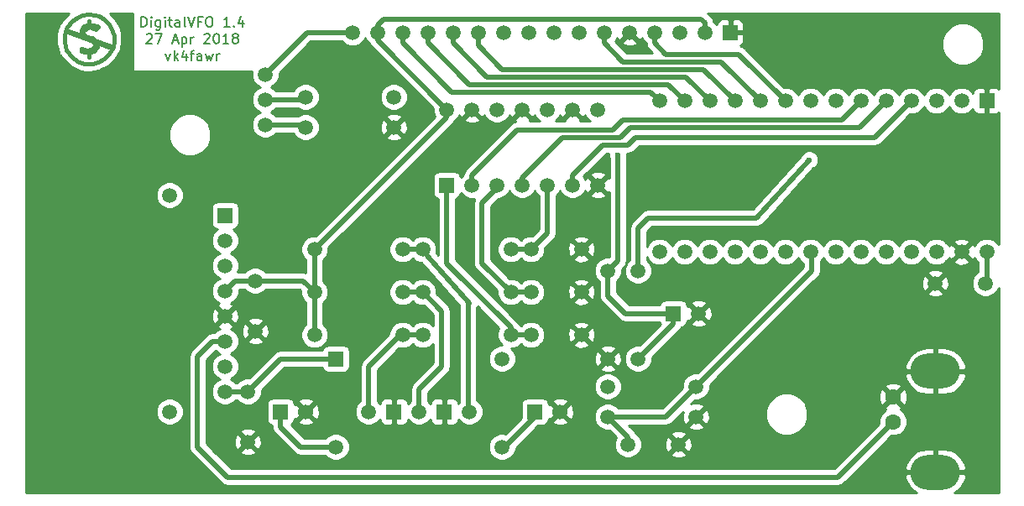
<source format=gbr>
G04 #@! TF.FileFunction,Copper,L1,Top,Signal*
%FSLAX46Y46*%
G04 Gerber Fmt 4.6, Leading zero omitted, Abs format (unit mm)*
G04 Created by KiCad (PCBNEW 4.0.7) date 2018 April 27, Friday 09:59:32*
%MOMM*%
%LPD*%
G01*
G04 APERTURE LIST*
%ADD10C,0.100000*%
%ADD11C,0.200000*%
%ADD12C,0.381000*%
%ADD13C,1.500000*%
%ADD14R,1.500000X1.500000*%
%ADD15O,5.001260X3.500120*%
%ADD16C,1.600200*%
%ADD17C,1.524000*%
%ADD18R,1.524000X1.500000*%
%ADD19C,0.600000*%
%ADD20C,0.500000*%
%ADD21C,0.254000*%
G04 APERTURE END LIST*
D10*
D11*
X133795143Y-73428381D02*
X133795143Y-72428381D01*
X134033238Y-72428381D01*
X134176096Y-72476000D01*
X134271334Y-72571238D01*
X134318953Y-72666476D01*
X134366572Y-72856952D01*
X134366572Y-72999810D01*
X134318953Y-73190286D01*
X134271334Y-73285524D01*
X134176096Y-73380762D01*
X134033238Y-73428381D01*
X133795143Y-73428381D01*
X134795143Y-73428381D02*
X134795143Y-72761714D01*
X134795143Y-72428381D02*
X134747524Y-72476000D01*
X134795143Y-72523619D01*
X134842762Y-72476000D01*
X134795143Y-72428381D01*
X134795143Y-72523619D01*
X135699905Y-72761714D02*
X135699905Y-73571238D01*
X135652286Y-73666476D01*
X135604667Y-73714095D01*
X135509428Y-73761714D01*
X135366571Y-73761714D01*
X135271333Y-73714095D01*
X135699905Y-73380762D02*
X135604667Y-73428381D01*
X135414190Y-73428381D01*
X135318952Y-73380762D01*
X135271333Y-73333143D01*
X135223714Y-73237905D01*
X135223714Y-72952190D01*
X135271333Y-72856952D01*
X135318952Y-72809333D01*
X135414190Y-72761714D01*
X135604667Y-72761714D01*
X135699905Y-72809333D01*
X136176095Y-73428381D02*
X136176095Y-72761714D01*
X136176095Y-72428381D02*
X136128476Y-72476000D01*
X136176095Y-72523619D01*
X136223714Y-72476000D01*
X136176095Y-72428381D01*
X136176095Y-72523619D01*
X136509428Y-72761714D02*
X136890380Y-72761714D01*
X136652285Y-72428381D02*
X136652285Y-73285524D01*
X136699904Y-73380762D01*
X136795142Y-73428381D01*
X136890380Y-73428381D01*
X137652286Y-73428381D02*
X137652286Y-72904571D01*
X137604667Y-72809333D01*
X137509429Y-72761714D01*
X137318952Y-72761714D01*
X137223714Y-72809333D01*
X137652286Y-73380762D02*
X137557048Y-73428381D01*
X137318952Y-73428381D01*
X137223714Y-73380762D01*
X137176095Y-73285524D01*
X137176095Y-73190286D01*
X137223714Y-73095048D01*
X137318952Y-73047429D01*
X137557048Y-73047429D01*
X137652286Y-72999810D01*
X138271333Y-73428381D02*
X138176095Y-73380762D01*
X138128476Y-73285524D01*
X138128476Y-72428381D01*
X138509429Y-72428381D02*
X138842762Y-73428381D01*
X139176096Y-72428381D01*
X139842763Y-72904571D02*
X139509429Y-72904571D01*
X139509429Y-73428381D02*
X139509429Y-72428381D01*
X139985620Y-72428381D01*
X140557048Y-72428381D02*
X140747525Y-72428381D01*
X140842763Y-72476000D01*
X140938001Y-72571238D01*
X140985620Y-72761714D01*
X140985620Y-73095048D01*
X140938001Y-73285524D01*
X140842763Y-73380762D01*
X140747525Y-73428381D01*
X140557048Y-73428381D01*
X140461810Y-73380762D01*
X140366572Y-73285524D01*
X140318953Y-73095048D01*
X140318953Y-72761714D01*
X140366572Y-72571238D01*
X140461810Y-72476000D01*
X140557048Y-72428381D01*
X142699906Y-73428381D02*
X142128477Y-73428381D01*
X142414191Y-73428381D02*
X142414191Y-72428381D01*
X142318953Y-72571238D01*
X142223715Y-72666476D01*
X142128477Y-72714095D01*
X143128477Y-73333143D02*
X143176096Y-73380762D01*
X143128477Y-73428381D01*
X143080858Y-73380762D01*
X143128477Y-73333143D01*
X143128477Y-73428381D01*
X144033239Y-72761714D02*
X144033239Y-73428381D01*
X143795143Y-72380762D02*
X143557048Y-73095048D01*
X144176096Y-73095048D01*
X134318952Y-74223619D02*
X134366571Y-74176000D01*
X134461809Y-74128381D01*
X134699905Y-74128381D01*
X134795143Y-74176000D01*
X134842762Y-74223619D01*
X134890381Y-74318857D01*
X134890381Y-74414095D01*
X134842762Y-74556952D01*
X134271333Y-75128381D01*
X134890381Y-75128381D01*
X135223714Y-74128381D02*
X135890381Y-74128381D01*
X135461809Y-75128381D01*
X136985619Y-74842667D02*
X137461810Y-74842667D01*
X136890381Y-75128381D02*
X137223714Y-74128381D01*
X137557048Y-75128381D01*
X137890381Y-74461714D02*
X137890381Y-75461714D01*
X137890381Y-74509333D02*
X137985619Y-74461714D01*
X138176096Y-74461714D01*
X138271334Y-74509333D01*
X138318953Y-74556952D01*
X138366572Y-74652190D01*
X138366572Y-74937905D01*
X138318953Y-75033143D01*
X138271334Y-75080762D01*
X138176096Y-75128381D01*
X137985619Y-75128381D01*
X137890381Y-75080762D01*
X138795143Y-75128381D02*
X138795143Y-74461714D01*
X138795143Y-74652190D02*
X138842762Y-74556952D01*
X138890381Y-74509333D01*
X138985619Y-74461714D01*
X139080858Y-74461714D01*
X140128477Y-74223619D02*
X140176096Y-74176000D01*
X140271334Y-74128381D01*
X140509430Y-74128381D01*
X140604668Y-74176000D01*
X140652287Y-74223619D01*
X140699906Y-74318857D01*
X140699906Y-74414095D01*
X140652287Y-74556952D01*
X140080858Y-75128381D01*
X140699906Y-75128381D01*
X141318953Y-74128381D02*
X141414192Y-74128381D01*
X141509430Y-74176000D01*
X141557049Y-74223619D01*
X141604668Y-74318857D01*
X141652287Y-74509333D01*
X141652287Y-74747429D01*
X141604668Y-74937905D01*
X141557049Y-75033143D01*
X141509430Y-75080762D01*
X141414192Y-75128381D01*
X141318953Y-75128381D01*
X141223715Y-75080762D01*
X141176096Y-75033143D01*
X141128477Y-74937905D01*
X141080858Y-74747429D01*
X141080858Y-74509333D01*
X141128477Y-74318857D01*
X141176096Y-74223619D01*
X141223715Y-74176000D01*
X141318953Y-74128381D01*
X142604668Y-75128381D02*
X142033239Y-75128381D01*
X142318953Y-75128381D02*
X142318953Y-74128381D01*
X142223715Y-74271238D01*
X142128477Y-74366476D01*
X142033239Y-74414095D01*
X143176096Y-74556952D02*
X143080858Y-74509333D01*
X143033239Y-74461714D01*
X142985620Y-74366476D01*
X142985620Y-74318857D01*
X143033239Y-74223619D01*
X143080858Y-74176000D01*
X143176096Y-74128381D01*
X143366573Y-74128381D01*
X143461811Y-74176000D01*
X143509430Y-74223619D01*
X143557049Y-74318857D01*
X143557049Y-74366476D01*
X143509430Y-74461714D01*
X143461811Y-74509333D01*
X143366573Y-74556952D01*
X143176096Y-74556952D01*
X143080858Y-74604571D01*
X143033239Y-74652190D01*
X142985620Y-74747429D01*
X142985620Y-74937905D01*
X143033239Y-75033143D01*
X143080858Y-75080762D01*
X143176096Y-75128381D01*
X143366573Y-75128381D01*
X143461811Y-75080762D01*
X143509430Y-75033143D01*
X143557049Y-74937905D01*
X143557049Y-74747429D01*
X143509430Y-74652190D01*
X143461811Y-74604571D01*
X143366573Y-74556952D01*
X136247523Y-76161714D02*
X136485618Y-76828381D01*
X136723714Y-76161714D01*
X137104666Y-76828381D02*
X137104666Y-75828381D01*
X137199904Y-76447429D02*
X137485619Y-76828381D01*
X137485619Y-76161714D02*
X137104666Y-76542667D01*
X138342762Y-76161714D02*
X138342762Y-76828381D01*
X138104666Y-75780762D02*
X137866571Y-76495048D01*
X138485619Y-76495048D01*
X138723714Y-76161714D02*
X139104666Y-76161714D01*
X138866571Y-76828381D02*
X138866571Y-75971238D01*
X138914190Y-75876000D01*
X139009428Y-75828381D01*
X139104666Y-75828381D01*
X139866572Y-76828381D02*
X139866572Y-76304571D01*
X139818953Y-76209333D01*
X139723715Y-76161714D01*
X139533238Y-76161714D01*
X139438000Y-76209333D01*
X139866572Y-76780762D02*
X139771334Y-76828381D01*
X139533238Y-76828381D01*
X139438000Y-76780762D01*
X139390381Y-76685524D01*
X139390381Y-76590286D01*
X139438000Y-76495048D01*
X139533238Y-76447429D01*
X139771334Y-76447429D01*
X139866572Y-76399810D01*
X140247524Y-76161714D02*
X140438000Y-76828381D01*
X140628477Y-76352190D01*
X140818953Y-76828381D01*
X141009429Y-76161714D01*
X141390381Y-76828381D02*
X141390381Y-76161714D01*
X141390381Y-76352190D02*
X141438000Y-76256952D01*
X141485619Y-76209333D01*
X141580857Y-76161714D01*
X141676096Y-76161714D01*
D12*
X128524000Y-75976480D02*
X128524000Y-76476860D01*
X128524000Y-76476860D02*
X128524000Y-76375260D01*
X128524000Y-73174860D02*
X128524000Y-72875140D01*
X126123700Y-73875900D02*
X130723640Y-75575160D01*
X126222760Y-73776840D02*
X130924300Y-75476100D01*
X129423160Y-73477120D02*
X129324100Y-73375520D01*
X129324100Y-73375520D02*
X128922780Y-73276460D01*
X128922780Y-73276460D02*
X128224280Y-73276460D01*
X128224280Y-73276460D02*
X128023620Y-73375520D01*
X128023620Y-73375520D02*
X127822960Y-73576180D01*
X127822960Y-73576180D02*
X127723900Y-73776840D01*
X127723900Y-73776840D02*
X127723900Y-74076560D01*
X127723900Y-74076560D02*
X127822960Y-74376280D01*
X127822960Y-74376280D02*
X128023620Y-74576940D01*
X128023620Y-74576940D02*
X128823720Y-74876660D01*
X128823720Y-74876660D02*
X129123440Y-75074780D01*
X129123440Y-75074780D02*
X129123440Y-75476100D01*
X129123440Y-75476100D02*
X128823720Y-75676760D01*
X128823720Y-75676760D02*
X128323340Y-75775820D01*
X128323340Y-75775820D02*
X127822960Y-75676760D01*
X127822960Y-75676760D02*
X127723900Y-75676760D01*
X127723900Y-75676760D02*
X127723900Y-75874880D01*
X127723900Y-75874880D02*
X128023620Y-75976480D01*
X128023620Y-75976480D02*
X128724660Y-75976480D01*
X128724660Y-75976480D02*
X129024380Y-75874880D01*
X129024380Y-75874880D02*
X129225040Y-75676760D01*
X129225040Y-75676760D02*
X129324100Y-75476100D01*
X129324100Y-75476100D02*
X129324100Y-75176380D01*
X129324100Y-75176380D02*
X129225040Y-74876660D01*
X129225040Y-74876660D02*
X128823720Y-74576940D01*
X128823720Y-74576940D02*
X128224280Y-74475340D01*
X128224280Y-74475340D02*
X128023620Y-74277220D01*
X128023620Y-74277220D02*
X127924560Y-73974960D01*
X127924560Y-73974960D02*
X128023620Y-73776840D01*
X128023620Y-73776840D02*
X128224280Y-73576180D01*
X128224280Y-73576180D02*
X128623060Y-73477120D01*
X128623060Y-73477120D02*
X128922780Y-73576180D01*
X128922780Y-73576180D02*
X129225040Y-73675240D01*
X129225040Y-73675240D02*
X129423160Y-73477120D01*
X128524000Y-72176640D02*
X128424940Y-72176640D01*
X128424940Y-72176640D02*
X127822960Y-72275700D01*
X127822960Y-72275700D02*
X127325120Y-72476360D01*
X127325120Y-72476360D02*
X126824740Y-72875140D01*
X126824740Y-72875140D02*
X126324360Y-73477120D01*
X126324360Y-73477120D02*
X126123700Y-73875900D01*
X126123700Y-73875900D02*
X126024640Y-74376280D01*
X126024640Y-74376280D02*
X126024640Y-74975720D01*
X126024640Y-74975720D02*
X126222760Y-75775820D01*
X126222760Y-75775820D02*
X126824740Y-76476860D01*
X126824740Y-76476860D02*
X127325120Y-76875640D01*
X127325120Y-76875640D02*
X128023620Y-77175360D01*
X128023620Y-77175360D02*
X128823720Y-77175360D01*
X128823720Y-77175360D02*
X129423160Y-76977240D01*
X129423160Y-76977240D02*
X130025140Y-76674980D01*
X130025140Y-76674980D02*
X130522980Y-76177140D01*
X130522980Y-76177140D02*
X130924300Y-75476100D01*
X130924300Y-75476100D02*
X131023360Y-74876660D01*
X131023360Y-74876660D02*
X131023360Y-74277220D01*
X131023360Y-74277220D02*
X130825240Y-73675240D01*
X130825240Y-73675240D02*
X130522980Y-73174860D01*
X130522980Y-73174860D02*
X130025140Y-72677020D01*
X130025140Y-72677020D02*
X129524760Y-72374760D01*
X129524760Y-72374760D02*
X129123440Y-72275700D01*
X129123440Y-72275700D02*
X128524000Y-72176640D01*
D13*
X173101000Y-104521000D03*
X178181000Y-104521000D03*
X173101000Y-100203000D03*
X178181000Y-100203000D03*
X173101000Y-95885000D03*
X178181000Y-95885000D03*
X218948000Y-99314000D03*
X213868000Y-99314000D03*
X145288000Y-99060000D03*
X145288000Y-104140000D03*
X144526000Y-110236000D03*
X144526000Y-115316000D03*
D14*
X153416000Y-106934000D03*
D13*
X153416000Y-115824000D03*
X146304000Y-83312000D03*
X146304000Y-80772000D03*
X146304000Y-78232000D03*
X151257000Y-104521000D03*
X160147000Y-104521000D03*
X162179000Y-104521000D03*
X171069000Y-104521000D03*
X151257000Y-100203000D03*
X160147000Y-100203000D03*
X162179000Y-100203000D03*
X171069000Y-100203000D03*
X151257000Y-95885000D03*
X160147000Y-95885000D03*
X162179000Y-95885000D03*
X171069000Y-95885000D03*
X150368000Y-80518000D03*
X159258000Y-80518000D03*
X150368000Y-83566000D03*
X159258000Y-83566000D03*
X183896000Y-106934000D03*
X183896000Y-98044000D03*
X180848000Y-98044000D03*
X180848000Y-106934000D03*
X170180000Y-106934000D03*
X170180000Y-115824000D03*
D14*
X164592000Y-89408000D03*
D13*
X167132000Y-89408000D03*
X169672000Y-89408000D03*
X172212000Y-89408000D03*
X174752000Y-89408000D03*
X177292000Y-89408000D03*
X179832000Y-89408000D03*
X179832000Y-81788000D03*
X177292000Y-81788000D03*
X174752000Y-81788000D03*
X172212000Y-81788000D03*
X169672000Y-81788000D03*
X167132000Y-81788000D03*
X164592000Y-81788000D03*
X142240000Y-110236000D03*
X142240000Y-107696000D03*
X142240000Y-105156000D03*
X142240000Y-102616000D03*
X142240000Y-100076000D03*
X142240000Y-97536000D03*
X142240000Y-94996000D03*
D14*
X142240000Y-92456000D03*
X187452000Y-102362000D03*
D13*
X189992000Y-102362000D03*
D14*
X219075000Y-80899000D03*
D13*
X216535000Y-80899000D03*
X213995000Y-80899000D03*
X211455000Y-80899000D03*
X208915000Y-80899000D03*
X206375000Y-80899000D03*
X203835000Y-80899000D03*
X201295000Y-80899000D03*
X198755000Y-80899000D03*
X196215000Y-80899000D03*
X193675000Y-80899000D03*
X191135000Y-80899000D03*
X188595000Y-80899000D03*
X186055000Y-80899000D03*
X186055000Y-96139000D03*
X188595000Y-96139000D03*
X191135000Y-96139000D03*
X193675000Y-96139000D03*
X196215000Y-96139000D03*
X198755000Y-96139000D03*
X201295000Y-96139000D03*
X203835000Y-96139000D03*
X206375000Y-96139000D03*
X208915000Y-96139000D03*
X211455000Y-96139000D03*
X213995000Y-96139000D03*
X216535000Y-96139000D03*
X219075000Y-96139000D03*
X136652000Y-112268000D03*
X136652000Y-90424000D03*
D15*
X213893400Y-108186220D03*
X213893400Y-118384320D03*
D16*
X209628740Y-113284000D03*
X209628740Y-110784640D03*
D14*
X147828000Y-112268000D03*
D17*
X150368000Y-112268000D03*
D14*
X173482000Y-112268000D03*
D17*
X176022000Y-112268000D03*
D13*
X156718000Y-112268000D03*
D18*
X159258000Y-112268000D03*
D13*
X166878000Y-112268000D03*
D18*
X164338000Y-112268000D03*
D13*
X161798000Y-112268000D03*
X182880000Y-115570000D03*
X187960000Y-115570000D03*
X180848000Y-109728000D03*
X189738000Y-109728000D03*
X180848000Y-112776000D03*
X189738000Y-112776000D03*
D14*
X193205100Y-74015600D03*
D13*
X190665100Y-74015600D03*
X188125100Y-74015600D03*
X185585100Y-74015600D03*
X183045100Y-74015600D03*
X180505100Y-74015600D03*
X177965100Y-74015600D03*
X175425100Y-74015600D03*
X172885100Y-74015600D03*
X170345100Y-74015600D03*
X167805100Y-74015600D03*
X165265100Y-74015600D03*
X162725100Y-74015600D03*
X160185100Y-74015600D03*
X157645100Y-74015600D03*
X155105100Y-74015600D03*
D19*
X181864000Y-86360000D03*
X201168000Y-86868000D03*
D20*
X164592000Y-89408000D02*
X164592000Y-97282000D01*
X171069000Y-103759000D02*
X171069000Y-104521000D01*
X164592000Y-97282000D02*
X171069000Y-103759000D01*
X171069000Y-104521000D02*
X173101000Y-104521000D01*
X168148000Y-97282000D02*
X168148000Y-91186000D01*
X171069000Y-100203000D02*
X168148000Y-97282000D01*
X168148000Y-91186000D02*
X169672000Y-89662000D01*
X169672000Y-89662000D02*
X169672000Y-89408000D01*
X171069000Y-100203000D02*
X173101000Y-100203000D01*
X174752000Y-89408000D02*
X174752000Y-94234000D01*
X174752000Y-94234000D02*
X173101000Y-95885000D01*
X171069000Y-95885000D02*
X173101000Y-95885000D01*
X187452000Y-102362000D02*
X187452000Y-103378000D01*
X187452000Y-103378000D02*
X183896000Y-106934000D01*
X180848000Y-98044000D02*
X180848000Y-100584000D01*
X182626000Y-102362000D02*
X187452000Y-102362000D01*
X180848000Y-100584000D02*
X182626000Y-102362000D01*
X181864000Y-86360000D02*
X181864000Y-97028000D01*
X181864000Y-97028000D02*
X180848000Y-98044000D01*
X157645100Y-74015600D02*
X157645100Y-73240900D01*
X157645100Y-73240900D02*
X158242000Y-72644000D01*
X158242000Y-72644000D02*
X190246000Y-72644000D01*
X190246000Y-72644000D02*
X190665100Y-73063100D01*
X190665100Y-73063100D02*
X190665100Y-74015600D01*
X157645100Y-74015600D02*
X157645100Y-74841100D01*
X157645100Y-74841100D02*
X164592000Y-81788000D01*
X164592000Y-81788000D02*
X164592000Y-82550000D01*
X164592000Y-82550000D02*
X151257000Y-95885000D01*
X145288000Y-99060000D02*
X150114000Y-99060000D01*
X150114000Y-99060000D02*
X151257000Y-100203000D01*
X142240000Y-100076000D02*
X143256000Y-99060000D01*
X143256000Y-99060000D02*
X145288000Y-99060000D01*
X151257000Y-95885000D02*
X151257000Y-100203000D01*
X151257000Y-100203000D02*
X151257000Y-104521000D01*
X219075000Y-96139000D02*
X219075000Y-99187000D01*
X219075000Y-99187000D02*
X218948000Y-99314000D01*
X144526000Y-110236000D02*
X147828000Y-106934000D01*
X147828000Y-106934000D02*
X153416000Y-106934000D01*
X142240000Y-110236000D02*
X144526000Y-110236000D01*
X153416000Y-115824000D02*
X149860000Y-115824000D01*
X147828000Y-113792000D02*
X147828000Y-112522000D01*
X149860000Y-115824000D02*
X147828000Y-113792000D01*
X142494000Y-118872000D02*
X204040740Y-118872000D01*
X142240000Y-105156000D02*
X140970000Y-105156000D01*
X139446000Y-106680000D02*
X139446000Y-115824000D01*
X140970000Y-105156000D02*
X139446000Y-106680000D01*
X139446000Y-115824000D02*
X142494000Y-118872000D01*
X204040740Y-118872000D02*
X209628740Y-113284000D01*
X170180000Y-115824000D02*
X170434000Y-115824000D01*
X170434000Y-115824000D02*
X173736000Y-112522000D01*
X146304000Y-83312000D02*
X150114000Y-83312000D01*
X150114000Y-83312000D02*
X150368000Y-83566000D01*
X146304000Y-80772000D02*
X150114000Y-80772000D01*
X150114000Y-80772000D02*
X150368000Y-80518000D01*
X155105100Y-74015600D02*
X150520400Y-74015600D01*
X150520400Y-74015600D02*
X146304000Y-78232000D01*
X160147000Y-104521000D02*
X159893000Y-104521000D01*
X159893000Y-104521000D02*
X156718000Y-107696000D01*
X156718000Y-107696000D02*
X156718000Y-112522000D01*
X162179000Y-104521000D02*
X160147000Y-104521000D01*
X161798000Y-112522000D02*
X161798000Y-109982000D01*
X164084000Y-102108000D02*
X164084000Y-107696000D01*
X164084000Y-107696000D02*
X161798000Y-109982000D01*
X164084000Y-102108000D02*
X162179000Y-100203000D01*
X160147000Y-100203000D02*
X162179000Y-100203000D01*
X162179000Y-100203000D02*
X162433000Y-100203000D01*
X166765467Y-101219827D02*
X166765467Y-112409467D01*
X166765467Y-112409467D02*
X166878000Y-112522000D01*
X162179000Y-95885000D02*
X162687000Y-96647000D01*
X162687000Y-96647000D02*
X166765467Y-101219827D01*
X166765467Y-101219827D02*
X166878000Y-101346000D01*
X160147000Y-95885000D02*
X162179000Y-95885000D01*
X162179000Y-95885000D02*
X162179000Y-96139000D01*
X183896000Y-97790000D02*
X183896000Y-93726000D01*
X184912000Y-92710000D02*
X195834000Y-92710000D01*
X184912000Y-92710000D02*
X183896000Y-93726000D01*
X195834000Y-92710000D02*
X201168000Y-86868000D01*
X183642000Y-97790000D02*
X183896000Y-98044000D01*
X171704000Y-83820000D02*
X181356000Y-83820000D01*
X167132000Y-88392000D02*
X171704000Y-83820000D01*
X167132000Y-89408000D02*
X167132000Y-88392000D01*
X204470000Y-82804000D02*
X206375000Y-80899000D01*
X182372000Y-82804000D02*
X204470000Y-82804000D01*
X181356000Y-83820000D02*
X182372000Y-82804000D01*
X176276000Y-84582000D02*
X182118000Y-84582000D01*
X172212000Y-88646000D02*
X176276000Y-84582000D01*
X172212000Y-89408000D02*
X172212000Y-88646000D01*
X206248000Y-83566000D02*
X208915000Y-80899000D01*
X183134000Y-83566000D02*
X206248000Y-83566000D01*
X182118000Y-84582000D02*
X183134000Y-83566000D01*
X180340000Y-85344000D02*
X182880000Y-85344000D01*
X177292000Y-88392000D02*
X180340000Y-85344000D01*
X177292000Y-89408000D02*
X177292000Y-88392000D01*
X207772000Y-84582000D02*
X211455000Y-80899000D01*
X183642000Y-84582000D02*
X207772000Y-84582000D01*
X182880000Y-85344000D02*
X183642000Y-84582000D01*
X185585100Y-74015600D02*
X185585100Y-75095100D01*
X194056000Y-76200000D02*
X198755000Y-80899000D01*
X186690000Y-76200000D02*
X194056000Y-76200000D01*
X185585100Y-75095100D02*
X186690000Y-76200000D01*
X180505100Y-74015600D02*
X180505100Y-75095100D01*
X192278000Y-76962000D02*
X196215000Y-80899000D01*
X182372000Y-76962000D02*
X192278000Y-76962000D01*
X180505100Y-75095100D02*
X182372000Y-76962000D01*
X167805100Y-74015600D02*
X167805100Y-75349100D01*
X190500000Y-77724000D02*
X193675000Y-80899000D01*
X170180000Y-77724000D02*
X190500000Y-77724000D01*
X167805100Y-75349100D02*
X170180000Y-77724000D01*
X165265100Y-74015600D02*
X165265100Y-75095100D01*
X188722000Y-78486000D02*
X191135000Y-80899000D01*
X168656000Y-78486000D02*
X188722000Y-78486000D01*
X165265100Y-75095100D02*
X168656000Y-78486000D01*
X162725100Y-74015600D02*
X162725100Y-75095100D01*
X186944000Y-79248000D02*
X188595000Y-80899000D01*
X166878000Y-79248000D02*
X186944000Y-79248000D01*
X162725100Y-75095100D02*
X166878000Y-79248000D01*
X160185100Y-74015600D02*
X160185100Y-75095100D01*
X185166000Y-80010000D02*
X186055000Y-80899000D01*
X165100000Y-80010000D02*
X185166000Y-80010000D01*
X160185100Y-75095100D02*
X165100000Y-80010000D01*
X189738000Y-109728000D02*
X201422000Y-98044000D01*
X201422000Y-98044000D02*
X201422000Y-96266000D01*
X201422000Y-96266000D02*
X201295000Y-96139000D01*
X180848000Y-112776000D02*
X186690000Y-112776000D01*
X186690000Y-112776000D02*
X189738000Y-109728000D01*
X182880000Y-115570000D02*
X182880000Y-114808000D01*
X182880000Y-114808000D02*
X180848000Y-112776000D01*
D21*
G36*
X126310254Y-72229575D02*
X126255649Y-72294198D01*
X126189915Y-72347459D01*
X125689535Y-72949439D01*
X125644735Y-73032005D01*
X125586952Y-73106068D01*
X125386292Y-73504848D01*
X125373816Y-73549954D01*
X125349346Y-73589847D01*
X125339029Y-73654804D01*
X125313916Y-73715588D01*
X125214856Y-74215967D01*
X125214929Y-74296901D01*
X125199140Y-74376280D01*
X125199140Y-74975720D01*
X125218692Y-75074016D01*
X125223340Y-75174137D01*
X125421460Y-75974237D01*
X125434624Y-76002265D01*
X125438345Y-76033003D01*
X125502677Y-76147163D01*
X125558386Y-76265777D01*
X125581272Y-76286633D01*
X125596474Y-76313609D01*
X126198454Y-77014649D01*
X126259880Y-77062808D01*
X126310254Y-77122425D01*
X126810634Y-77521205D01*
X126908663Y-77571808D01*
X126999607Y-77634251D01*
X127698106Y-77933971D01*
X127703299Y-77935072D01*
X127707715Y-77938023D01*
X127860677Y-77968449D01*
X128013192Y-78000794D01*
X128018412Y-77999824D01*
X128023620Y-78000860D01*
X128823720Y-78000860D01*
X128952479Y-77975248D01*
X129082772Y-77959160D01*
X129682213Y-77761040D01*
X129735043Y-77731102D01*
X129793579Y-77714966D01*
X130395559Y-77412706D01*
X130499402Y-77331833D01*
X130608857Y-77258697D01*
X131106697Y-76760857D01*
X131167519Y-76669831D01*
X131239395Y-76587262D01*
X131640715Y-75886222D01*
X131663543Y-75818154D01*
X131700649Y-75756693D01*
X131712021Y-75681689D01*
X131738754Y-75610692D01*
X131837814Y-75011252D01*
X131835600Y-74943321D01*
X131848860Y-74876660D01*
X131848860Y-74277220D01*
X131823348Y-74148960D01*
X131807485Y-74019154D01*
X131609365Y-73417174D01*
X131563526Y-73336044D01*
X131531831Y-73248415D01*
X131229571Y-72748036D01*
X131162215Y-72674232D01*
X131106697Y-72591143D01*
X130608857Y-72093303D01*
X130594934Y-72084000D01*
X132922048Y-72084000D01*
X132922048Y-77911000D01*
X144937635Y-77911000D01*
X144919241Y-77955298D01*
X144918760Y-78506285D01*
X145129169Y-79015515D01*
X145518436Y-79405461D01*
X145750870Y-79501976D01*
X145520485Y-79597169D01*
X145130539Y-79986436D01*
X144919241Y-80495298D01*
X144918760Y-81046285D01*
X145129169Y-81555515D01*
X145518436Y-81945461D01*
X145750870Y-82041976D01*
X145520485Y-82137169D01*
X145130539Y-82526436D01*
X144919241Y-83035298D01*
X144918760Y-83586285D01*
X145129169Y-84095515D01*
X145518436Y-84485461D01*
X146027298Y-84696759D01*
X146578285Y-84697240D01*
X147087515Y-84486831D01*
X147377852Y-84197000D01*
X149130151Y-84197000D01*
X149193169Y-84349515D01*
X149582436Y-84739461D01*
X150091298Y-84950759D01*
X150642285Y-84951240D01*
X151151515Y-84740831D01*
X151355183Y-84537517D01*
X158466088Y-84537517D01*
X158534077Y-84778460D01*
X159053171Y-84963201D01*
X159603448Y-84935230D01*
X159981923Y-84778460D01*
X160049912Y-84537517D01*
X159258000Y-83745605D01*
X158466088Y-84537517D01*
X151355183Y-84537517D01*
X151541461Y-84351564D01*
X151752759Y-83842702D01*
X151753179Y-83361171D01*
X157860799Y-83361171D01*
X157888770Y-83911448D01*
X158045540Y-84289923D01*
X158286483Y-84357912D01*
X159078395Y-83566000D01*
X159437605Y-83566000D01*
X160229517Y-84357912D01*
X160470460Y-84289923D01*
X160655201Y-83770829D01*
X160627230Y-83220552D01*
X160470460Y-82842077D01*
X160229517Y-82774088D01*
X159437605Y-83566000D01*
X159078395Y-83566000D01*
X158286483Y-82774088D01*
X158045540Y-82842077D01*
X157860799Y-83361171D01*
X151753179Y-83361171D01*
X151753240Y-83291715D01*
X151542831Y-82782485D01*
X151355157Y-82594483D01*
X158466088Y-82594483D01*
X159258000Y-83386395D01*
X160049912Y-82594483D01*
X159981923Y-82353540D01*
X159462829Y-82168799D01*
X158912552Y-82196770D01*
X158534077Y-82353540D01*
X158466088Y-82594483D01*
X151355157Y-82594483D01*
X151153564Y-82392539D01*
X150644702Y-82181241D01*
X150093715Y-82180760D01*
X149584485Y-82391169D01*
X149548591Y-82427000D01*
X147377523Y-82427000D01*
X147089564Y-82138539D01*
X146857130Y-82042024D01*
X147087515Y-81946831D01*
X147377852Y-81657000D01*
X149548035Y-81657000D01*
X149582436Y-81691461D01*
X150091298Y-81902759D01*
X150642285Y-81903240D01*
X151151515Y-81692831D01*
X151541461Y-81303564D01*
X151752759Y-80794702D01*
X151752761Y-80792285D01*
X157872760Y-80792285D01*
X158083169Y-81301515D01*
X158472436Y-81691461D01*
X158981298Y-81902759D01*
X159532285Y-81903240D01*
X160041515Y-81692831D01*
X160431461Y-81303564D01*
X160642759Y-80794702D01*
X160643240Y-80243715D01*
X160432831Y-79734485D01*
X160043564Y-79344539D01*
X159534702Y-79133241D01*
X158983715Y-79132760D01*
X158474485Y-79343169D01*
X158084539Y-79732436D01*
X157873241Y-80241298D01*
X157872760Y-80792285D01*
X151752761Y-80792285D01*
X151753240Y-80243715D01*
X151542831Y-79734485D01*
X151153564Y-79344539D01*
X150644702Y-79133241D01*
X150093715Y-79132760D01*
X149584485Y-79343169D01*
X149194539Y-79732436D01*
X149130358Y-79887000D01*
X147377523Y-79887000D01*
X147089564Y-79598539D01*
X146857130Y-79502024D01*
X147087515Y-79406831D01*
X147477461Y-79017564D01*
X147688759Y-78508702D01*
X147689117Y-78098463D01*
X150886979Y-74900600D01*
X154031577Y-74900600D01*
X154319536Y-75189061D01*
X154828398Y-75400359D01*
X155379385Y-75400840D01*
X155888615Y-75190431D01*
X156278561Y-74801164D01*
X156375076Y-74568730D01*
X156470269Y-74799115D01*
X156821794Y-75151253D01*
X156827467Y-75179775D01*
X157001363Y-75440030D01*
X157019310Y-75466890D01*
X163207116Y-81654695D01*
X163206760Y-82062285D01*
X163388439Y-82501982D01*
X151390304Y-94500116D01*
X150982715Y-94499760D01*
X150473485Y-94710169D01*
X150083539Y-95099436D01*
X149872241Y-95608298D01*
X149871760Y-96159285D01*
X150082169Y-96668515D01*
X150372000Y-96958852D01*
X150372000Y-98226320D01*
X150114000Y-98174999D01*
X150113995Y-98175000D01*
X146361523Y-98175000D01*
X146073564Y-97886539D01*
X145564702Y-97675241D01*
X145013715Y-97674760D01*
X144504485Y-97885169D01*
X144214148Y-98175000D01*
X143474320Y-98175000D01*
X143624759Y-97812702D01*
X143625240Y-97261715D01*
X143414831Y-96752485D01*
X143025564Y-96362539D01*
X142793130Y-96266024D01*
X143023515Y-96170831D01*
X143413461Y-95781564D01*
X143624759Y-95272702D01*
X143625240Y-94721715D01*
X143414831Y-94212485D01*
X143045909Y-93842920D01*
X143225317Y-93809162D01*
X143441441Y-93670090D01*
X143586431Y-93457890D01*
X143637440Y-93206000D01*
X143637440Y-91706000D01*
X143593162Y-91470683D01*
X143454090Y-91254559D01*
X143241890Y-91109569D01*
X142990000Y-91058560D01*
X141490000Y-91058560D01*
X141254683Y-91102838D01*
X141038559Y-91241910D01*
X140893569Y-91454110D01*
X140842560Y-91706000D01*
X140842560Y-93206000D01*
X140886838Y-93441317D01*
X141025910Y-93657441D01*
X141238110Y-93802431D01*
X141435262Y-93842355D01*
X141066539Y-94210436D01*
X140855241Y-94719298D01*
X140854760Y-95270285D01*
X141065169Y-95779515D01*
X141454436Y-96169461D01*
X141686870Y-96265976D01*
X141456485Y-96361169D01*
X141066539Y-96750436D01*
X140855241Y-97259298D01*
X140854760Y-97810285D01*
X141065169Y-98319515D01*
X141454436Y-98709461D01*
X141686870Y-98805976D01*
X141456485Y-98901169D01*
X141066539Y-99290436D01*
X140855241Y-99799298D01*
X140854760Y-100350285D01*
X141065169Y-100859515D01*
X141454436Y-101249461D01*
X141670979Y-101339377D01*
X141516077Y-101403540D01*
X141448088Y-101644483D01*
X142240000Y-102436395D01*
X143031912Y-101644483D01*
X142963923Y-101403540D01*
X142797379Y-101344268D01*
X143023515Y-101250831D01*
X143413461Y-100861564D01*
X143624759Y-100352702D01*
X143625115Y-99945000D01*
X144214477Y-99945000D01*
X144502436Y-100233461D01*
X145011298Y-100444759D01*
X145562285Y-100445240D01*
X146071515Y-100234831D01*
X146361852Y-99945000D01*
X149747420Y-99945000D01*
X149872116Y-100069695D01*
X149871760Y-100477285D01*
X150082169Y-100986515D01*
X150372000Y-101276852D01*
X150372000Y-103447477D01*
X150083539Y-103735436D01*
X149872241Y-104244298D01*
X149871760Y-104795285D01*
X150082169Y-105304515D01*
X150471436Y-105694461D01*
X150980298Y-105905759D01*
X151531285Y-105906240D01*
X152040515Y-105695831D01*
X152430461Y-105306564D01*
X152641759Y-104797702D01*
X152642240Y-104246715D01*
X152431831Y-103737485D01*
X152142000Y-103447148D01*
X152142000Y-101276523D01*
X152430461Y-100988564D01*
X152641759Y-100479702D01*
X152642240Y-99928715D01*
X152431831Y-99419485D01*
X152142000Y-99129148D01*
X152142000Y-96958523D01*
X152430461Y-96670564D01*
X152641759Y-96161702D01*
X152642117Y-95751463D01*
X165217787Y-83175792D01*
X165217790Y-83175790D01*
X165354199Y-82971639D01*
X165375515Y-82962831D01*
X165579183Y-82759517D01*
X166340088Y-82759517D01*
X166408077Y-83000460D01*
X166927171Y-83185201D01*
X167477448Y-83157230D01*
X167855923Y-83000460D01*
X167923912Y-82759517D01*
X167132000Y-81967605D01*
X166340088Y-82759517D01*
X165579183Y-82759517D01*
X165765461Y-82573564D01*
X165855377Y-82357021D01*
X165919540Y-82511923D01*
X166160483Y-82579912D01*
X166952395Y-81788000D01*
X166938253Y-81773858D01*
X167117858Y-81594253D01*
X167132000Y-81608395D01*
X167146143Y-81594253D01*
X167325748Y-81773858D01*
X167311605Y-81788000D01*
X168103517Y-82579912D01*
X168344460Y-82511923D01*
X168403732Y-82345379D01*
X168497169Y-82571515D01*
X168886436Y-82961461D01*
X169395298Y-83172759D01*
X169946285Y-83173240D01*
X170455515Y-82962831D01*
X170845461Y-82573564D01*
X170935377Y-82357021D01*
X170999540Y-82511923D01*
X171240483Y-82579912D01*
X172032395Y-81788000D01*
X172018253Y-81773858D01*
X172197858Y-81594253D01*
X172212000Y-81608395D01*
X172226143Y-81594253D01*
X172405748Y-81773858D01*
X172391605Y-81788000D01*
X173183517Y-82579912D01*
X173424460Y-82511923D01*
X173483732Y-82345379D01*
X173577169Y-82571515D01*
X173940021Y-82935000D01*
X172954394Y-82935000D01*
X173003912Y-82759517D01*
X172212000Y-81967605D01*
X171420088Y-82759517D01*
X171482063Y-82979146D01*
X171365325Y-83002367D01*
X171078210Y-83194210D01*
X171078208Y-83194213D01*
X166506210Y-87766210D01*
X166314367Y-88053325D01*
X166314367Y-88053326D01*
X166261276Y-88320226D01*
X165978920Y-88602091D01*
X165945162Y-88422683D01*
X165806090Y-88206559D01*
X165593890Y-88061569D01*
X165342000Y-88010560D01*
X163842000Y-88010560D01*
X163606683Y-88054838D01*
X163390559Y-88193910D01*
X163245569Y-88406110D01*
X163194560Y-88658000D01*
X163194560Y-90158000D01*
X163238838Y-90393317D01*
X163377910Y-90609441D01*
X163590110Y-90754431D01*
X163707000Y-90778102D01*
X163707000Y-96461039D01*
X163524452Y-96256364D01*
X163563759Y-96161702D01*
X163564240Y-95610715D01*
X163353831Y-95101485D01*
X162964564Y-94711539D01*
X162455702Y-94500241D01*
X161904715Y-94499760D01*
X161395485Y-94710169D01*
X161162936Y-94942313D01*
X160932564Y-94711539D01*
X160423702Y-94500241D01*
X159872715Y-94499760D01*
X159363485Y-94710169D01*
X158973539Y-95099436D01*
X158762241Y-95608298D01*
X158761760Y-96159285D01*
X158972169Y-96668515D01*
X159361436Y-97058461D01*
X159870298Y-97269759D01*
X160421285Y-97270240D01*
X160930515Y-97059831D01*
X161163064Y-96827687D01*
X161393436Y-97058461D01*
X161902298Y-97269759D01*
X162056697Y-97269894D01*
X165880467Y-101557152D01*
X165880467Y-111306814D01*
X165735000Y-111452028D01*
X165735000Y-111391691D01*
X165638327Y-111158302D01*
X165459699Y-110979673D01*
X165226310Y-110883000D01*
X164623750Y-110883000D01*
X164465000Y-111041750D01*
X164465000Y-112141000D01*
X164485000Y-112141000D01*
X164485000Y-112395000D01*
X164465000Y-112395000D01*
X164465000Y-113494250D01*
X164623750Y-113653000D01*
X165226310Y-113653000D01*
X165459699Y-113556327D01*
X165638327Y-113377698D01*
X165735000Y-113144309D01*
X165735000Y-113083402D01*
X166092436Y-113441461D01*
X166601298Y-113652759D01*
X167152285Y-113653240D01*
X167661515Y-113442831D01*
X168051461Y-113053564D01*
X168262759Y-112544702D01*
X168263240Y-111993715D01*
X168052831Y-111484485D01*
X167663564Y-111094539D01*
X167650467Y-111089101D01*
X167650467Y-110002285D01*
X179462760Y-110002285D01*
X179673169Y-110511515D01*
X180062436Y-110901461D01*
X180571298Y-111112759D01*
X181122285Y-111113240D01*
X181631515Y-110902831D01*
X182021461Y-110513564D01*
X182232759Y-110004702D01*
X182233240Y-109453715D01*
X182022831Y-108944485D01*
X181633564Y-108554539D01*
X181124702Y-108343241D01*
X180573715Y-108342760D01*
X180064485Y-108553169D01*
X179674539Y-108942436D01*
X179463241Y-109451298D01*
X179462760Y-110002285D01*
X167650467Y-110002285D01*
X167650467Y-101763275D01*
X167674981Y-101730768D01*
X167698476Y-101640055D01*
X169865705Y-103807284D01*
X169684241Y-104244298D01*
X169683760Y-104795285D01*
X169894169Y-105304515D01*
X170138191Y-105548963D01*
X169905715Y-105548760D01*
X169396485Y-105759169D01*
X169006539Y-106148436D01*
X168795241Y-106657298D01*
X168794760Y-107208285D01*
X169005169Y-107717515D01*
X169394436Y-108107461D01*
X169903298Y-108318759D01*
X170454285Y-108319240D01*
X170963515Y-108108831D01*
X171167183Y-107905517D01*
X180056088Y-107905517D01*
X180124077Y-108146460D01*
X180643171Y-108331201D01*
X181193448Y-108303230D01*
X181571923Y-108146460D01*
X181639912Y-107905517D01*
X180848000Y-107113605D01*
X180056088Y-107905517D01*
X171167183Y-107905517D01*
X171353461Y-107719564D01*
X171564759Y-107210702D01*
X171565179Y-106729171D01*
X179450799Y-106729171D01*
X179478770Y-107279448D01*
X179635540Y-107657923D01*
X179876483Y-107725912D01*
X180668395Y-106934000D01*
X181027605Y-106934000D01*
X181819517Y-107725912D01*
X182060460Y-107657923D01*
X182245201Y-107138829D01*
X182217230Y-106588552D01*
X182060460Y-106210077D01*
X181819517Y-106142088D01*
X181027605Y-106934000D01*
X180668395Y-106934000D01*
X179876483Y-106142088D01*
X179635540Y-106210077D01*
X179450799Y-106729171D01*
X171565179Y-106729171D01*
X171565240Y-106659715D01*
X171354831Y-106150485D01*
X171167157Y-105962483D01*
X180056088Y-105962483D01*
X180848000Y-106754395D01*
X181639912Y-105962483D01*
X181571923Y-105721540D01*
X181052829Y-105536799D01*
X180502552Y-105564770D01*
X180124077Y-105721540D01*
X180056088Y-105962483D01*
X171167157Y-105962483D01*
X171110809Y-105906037D01*
X171343285Y-105906240D01*
X171852515Y-105695831D01*
X172085064Y-105463687D01*
X172315436Y-105694461D01*
X172824298Y-105905759D01*
X173375285Y-105906240D01*
X173884515Y-105695831D01*
X174088183Y-105492517D01*
X177389088Y-105492517D01*
X177457077Y-105733460D01*
X177976171Y-105918201D01*
X178526448Y-105890230D01*
X178904923Y-105733460D01*
X178972912Y-105492517D01*
X178181000Y-104700605D01*
X177389088Y-105492517D01*
X174088183Y-105492517D01*
X174274461Y-105306564D01*
X174485759Y-104797702D01*
X174486179Y-104316171D01*
X176783799Y-104316171D01*
X176811770Y-104866448D01*
X176968540Y-105244923D01*
X177209483Y-105312912D01*
X178001395Y-104521000D01*
X178360605Y-104521000D01*
X179152517Y-105312912D01*
X179393460Y-105244923D01*
X179578201Y-104725829D01*
X179550230Y-104175552D01*
X179393460Y-103797077D01*
X179152517Y-103729088D01*
X178360605Y-104521000D01*
X178001395Y-104521000D01*
X177209483Y-103729088D01*
X176968540Y-103797077D01*
X176783799Y-104316171D01*
X174486179Y-104316171D01*
X174486240Y-104246715D01*
X174275831Y-103737485D01*
X174088157Y-103549483D01*
X177389088Y-103549483D01*
X178181000Y-104341395D01*
X178972912Y-103549483D01*
X178904923Y-103308540D01*
X178385829Y-103123799D01*
X177835552Y-103151770D01*
X177457077Y-103308540D01*
X177389088Y-103549483D01*
X174088157Y-103549483D01*
X173886564Y-103347539D01*
X173377702Y-103136241D01*
X172826715Y-103135760D01*
X172317485Y-103346169D01*
X172084936Y-103578313D01*
X171854564Y-103347539D01*
X171831639Y-103338020D01*
X171694790Y-103133210D01*
X171694787Y-103133208D01*
X165477000Y-96915420D01*
X165477000Y-90780038D01*
X165577317Y-90761162D01*
X165793441Y-90622090D01*
X165938431Y-90409890D01*
X165978355Y-90212738D01*
X166346436Y-90581461D01*
X166855298Y-90792759D01*
X167366528Y-90793205D01*
X167330367Y-90847325D01*
X167330367Y-90847326D01*
X167262999Y-91186000D01*
X167263000Y-91186005D01*
X167263000Y-97281995D01*
X167262999Y-97282000D01*
X167311089Y-97523759D01*
X167330367Y-97620675D01*
X167366827Y-97675241D01*
X167522210Y-97907790D01*
X169684116Y-100069695D01*
X169683760Y-100477285D01*
X169894169Y-100986515D01*
X170283436Y-101376461D01*
X170792298Y-101587759D01*
X171343285Y-101588240D01*
X171852515Y-101377831D01*
X172085064Y-101145687D01*
X172315436Y-101376461D01*
X172824298Y-101587759D01*
X173375285Y-101588240D01*
X173884515Y-101377831D01*
X174088183Y-101174517D01*
X177389088Y-101174517D01*
X177457077Y-101415460D01*
X177976171Y-101600201D01*
X178526448Y-101572230D01*
X178904923Y-101415460D01*
X178972912Y-101174517D01*
X178181000Y-100382605D01*
X177389088Y-101174517D01*
X174088183Y-101174517D01*
X174274461Y-100988564D01*
X174485759Y-100479702D01*
X174486179Y-99998171D01*
X176783799Y-99998171D01*
X176811770Y-100548448D01*
X176968540Y-100926923D01*
X177209483Y-100994912D01*
X178001395Y-100203000D01*
X178360605Y-100203000D01*
X179152517Y-100994912D01*
X179393460Y-100926923D01*
X179578201Y-100407829D01*
X179550230Y-99857552D01*
X179393460Y-99479077D01*
X179152517Y-99411088D01*
X178360605Y-100203000D01*
X178001395Y-100203000D01*
X177209483Y-99411088D01*
X176968540Y-99479077D01*
X176783799Y-99998171D01*
X174486179Y-99998171D01*
X174486240Y-99928715D01*
X174275831Y-99419485D01*
X174088157Y-99231483D01*
X177389088Y-99231483D01*
X178181000Y-100023395D01*
X178972912Y-99231483D01*
X178904923Y-98990540D01*
X178385829Y-98805799D01*
X177835552Y-98833770D01*
X177457077Y-98990540D01*
X177389088Y-99231483D01*
X174088157Y-99231483D01*
X173886564Y-99029539D01*
X173377702Y-98818241D01*
X172826715Y-98817760D01*
X172317485Y-99028169D01*
X172084936Y-99260313D01*
X171854564Y-99029539D01*
X171345702Y-98818241D01*
X170935462Y-98817883D01*
X169033000Y-96915420D01*
X169033000Y-91552580D01*
X169792474Y-90793106D01*
X169946285Y-90793240D01*
X170455515Y-90582831D01*
X170845461Y-90193564D01*
X170941976Y-89961130D01*
X171037169Y-90191515D01*
X171426436Y-90581461D01*
X171935298Y-90792759D01*
X172486285Y-90793240D01*
X172995515Y-90582831D01*
X173385461Y-90193564D01*
X173481976Y-89961130D01*
X173577169Y-90191515D01*
X173867000Y-90481852D01*
X173867000Y-93867421D01*
X173234305Y-94500116D01*
X172826715Y-94499760D01*
X172317485Y-94710169D01*
X172084936Y-94942313D01*
X171854564Y-94711539D01*
X171345702Y-94500241D01*
X170794715Y-94499760D01*
X170285485Y-94710169D01*
X169895539Y-95099436D01*
X169684241Y-95608298D01*
X169683760Y-96159285D01*
X169894169Y-96668515D01*
X170283436Y-97058461D01*
X170792298Y-97269759D01*
X171343285Y-97270240D01*
X171852515Y-97059831D01*
X172085064Y-96827687D01*
X172315436Y-97058461D01*
X172824298Y-97269759D01*
X173375285Y-97270240D01*
X173884515Y-97059831D01*
X174088183Y-96856517D01*
X177389088Y-96856517D01*
X177457077Y-97097460D01*
X177976171Y-97282201D01*
X178526448Y-97254230D01*
X178904923Y-97097460D01*
X178972912Y-96856517D01*
X178181000Y-96064605D01*
X177389088Y-96856517D01*
X174088183Y-96856517D01*
X174274461Y-96670564D01*
X174485759Y-96161702D01*
X174486117Y-95751462D01*
X174557408Y-95680171D01*
X176783799Y-95680171D01*
X176811770Y-96230448D01*
X176968540Y-96608923D01*
X177209483Y-96676912D01*
X178001395Y-95885000D01*
X178360605Y-95885000D01*
X179152517Y-96676912D01*
X179393460Y-96608923D01*
X179578201Y-96089829D01*
X179550230Y-95539552D01*
X179393460Y-95161077D01*
X179152517Y-95093088D01*
X178360605Y-95885000D01*
X178001395Y-95885000D01*
X177209483Y-95093088D01*
X176968540Y-95161077D01*
X176783799Y-95680171D01*
X174557408Y-95680171D01*
X175324096Y-94913483D01*
X177389088Y-94913483D01*
X178181000Y-95705395D01*
X178972912Y-94913483D01*
X178904923Y-94672540D01*
X178385829Y-94487799D01*
X177835552Y-94515770D01*
X177457077Y-94672540D01*
X177389088Y-94913483D01*
X175324096Y-94913483D01*
X175377787Y-94859792D01*
X175377790Y-94859790D01*
X175569633Y-94572675D01*
X175569634Y-94572674D01*
X175637001Y-94234000D01*
X175637000Y-94233995D01*
X175637000Y-90481523D01*
X175925461Y-90193564D01*
X176021976Y-89961130D01*
X176117169Y-90191515D01*
X176506436Y-90581461D01*
X177015298Y-90792759D01*
X177566285Y-90793240D01*
X178075515Y-90582831D01*
X178279183Y-90379517D01*
X179040088Y-90379517D01*
X179108077Y-90620460D01*
X179627171Y-90805201D01*
X180177448Y-90777230D01*
X180555923Y-90620460D01*
X180623912Y-90379517D01*
X179832000Y-89587605D01*
X179040088Y-90379517D01*
X178279183Y-90379517D01*
X178465461Y-90193564D01*
X178555377Y-89977021D01*
X178619540Y-90131923D01*
X178860483Y-90199912D01*
X179652395Y-89408000D01*
X178860483Y-88616088D01*
X178619540Y-88684077D01*
X178560268Y-88850621D01*
X178466831Y-88624485D01*
X178389031Y-88546549D01*
X178499096Y-88436483D01*
X179040088Y-88436483D01*
X179832000Y-89228395D01*
X180623912Y-88436483D01*
X180555923Y-88195540D01*
X180036829Y-88010799D01*
X179486552Y-88038770D01*
X179108077Y-88195540D01*
X179040088Y-88436483D01*
X178499096Y-88436483D01*
X180706579Y-86229000D01*
X180929113Y-86229000D01*
X180928838Y-86545167D01*
X180979000Y-86666569D01*
X180979000Y-88665606D01*
X180803517Y-88616088D01*
X180011605Y-89408000D01*
X180803517Y-90199912D01*
X180979000Y-90150394D01*
X180979000Y-96659114D01*
X180573715Y-96658760D01*
X180064485Y-96869169D01*
X179674539Y-97258436D01*
X179463241Y-97767298D01*
X179462760Y-98318285D01*
X179673169Y-98827515D01*
X179963000Y-99117852D01*
X179963000Y-100583995D01*
X179962999Y-100584000D01*
X179997398Y-100756930D01*
X180030367Y-100922675D01*
X180222210Y-101209790D01*
X182000208Y-102987787D01*
X182000210Y-102987790D01*
X182287325Y-103179633D01*
X182343516Y-103190810D01*
X182626000Y-103247001D01*
X182626005Y-103247000D01*
X186079962Y-103247000D01*
X186098838Y-103347317D01*
X186150625Y-103427796D01*
X184029304Y-105549116D01*
X183621715Y-105548760D01*
X183112485Y-105759169D01*
X182722539Y-106148436D01*
X182511241Y-106657298D01*
X182510760Y-107208285D01*
X182721169Y-107717515D01*
X183110436Y-108107461D01*
X183619298Y-108318759D01*
X184170285Y-108319240D01*
X184679515Y-108108831D01*
X185069461Y-107719564D01*
X185280759Y-107210702D01*
X185281117Y-106800463D01*
X188077787Y-104003792D01*
X188077790Y-104003790D01*
X188246675Y-103751034D01*
X188437317Y-103715162D01*
X188653441Y-103576090D01*
X188798431Y-103363890D01*
X188804581Y-103333517D01*
X189200088Y-103333517D01*
X189268077Y-103574460D01*
X189787171Y-103759201D01*
X190337448Y-103731230D01*
X190715923Y-103574460D01*
X190783912Y-103333517D01*
X189992000Y-102541605D01*
X189200088Y-103333517D01*
X188804581Y-103333517D01*
X188849440Y-103112000D01*
X188849440Y-103105647D01*
X189020483Y-103153912D01*
X189812395Y-102362000D01*
X190171605Y-102362000D01*
X190963517Y-103153912D01*
X191204460Y-103085923D01*
X191389201Y-102566829D01*
X191361230Y-102016552D01*
X191204460Y-101638077D01*
X190963517Y-101570088D01*
X190171605Y-102362000D01*
X189812395Y-102362000D01*
X189020483Y-101570088D01*
X188849440Y-101618353D01*
X188849440Y-101612000D01*
X188807759Y-101390483D01*
X189200088Y-101390483D01*
X189992000Y-102182395D01*
X190783912Y-101390483D01*
X190715923Y-101149540D01*
X190196829Y-100964799D01*
X189646552Y-100992770D01*
X189268077Y-101149540D01*
X189200088Y-101390483D01*
X188807759Y-101390483D01*
X188805162Y-101376683D01*
X188666090Y-101160559D01*
X188453890Y-101015569D01*
X188202000Y-100964560D01*
X186702000Y-100964560D01*
X186466683Y-101008838D01*
X186250559Y-101147910D01*
X186105569Y-101360110D01*
X186081898Y-101477000D01*
X182992579Y-101477000D01*
X181733000Y-100217420D01*
X181733000Y-99117523D01*
X182021461Y-98829564D01*
X182232759Y-98320702D01*
X182233117Y-97910462D01*
X182489787Y-97653792D01*
X182489790Y-97653790D01*
X182670964Y-97382642D01*
X182511241Y-97767298D01*
X182510760Y-98318285D01*
X182721169Y-98827515D01*
X183110436Y-99217461D01*
X183619298Y-99428759D01*
X184170285Y-99429240D01*
X184679515Y-99218831D01*
X185069461Y-98829564D01*
X185280759Y-98320702D01*
X185281240Y-97769715D01*
X185070831Y-97260485D01*
X184781000Y-96970148D01*
X184781000Y-96682507D01*
X184880169Y-96922515D01*
X185269436Y-97312461D01*
X185778298Y-97523759D01*
X186329285Y-97524240D01*
X186838515Y-97313831D01*
X187228461Y-96924564D01*
X187324976Y-96692130D01*
X187420169Y-96922515D01*
X187809436Y-97312461D01*
X188318298Y-97523759D01*
X188869285Y-97524240D01*
X189378515Y-97313831D01*
X189768461Y-96924564D01*
X189864976Y-96692130D01*
X189960169Y-96922515D01*
X190349436Y-97312461D01*
X190858298Y-97523759D01*
X191409285Y-97524240D01*
X191918515Y-97313831D01*
X192308461Y-96924564D01*
X192404976Y-96692130D01*
X192500169Y-96922515D01*
X192889436Y-97312461D01*
X193398298Y-97523759D01*
X193949285Y-97524240D01*
X194458515Y-97313831D01*
X194848461Y-96924564D01*
X194944976Y-96692130D01*
X195040169Y-96922515D01*
X195429436Y-97312461D01*
X195938298Y-97523759D01*
X196489285Y-97524240D01*
X196998515Y-97313831D01*
X197388461Y-96924564D01*
X197484976Y-96692130D01*
X197580169Y-96922515D01*
X197969436Y-97312461D01*
X198478298Y-97523759D01*
X199029285Y-97524240D01*
X199538515Y-97313831D01*
X199928461Y-96924564D01*
X200024976Y-96692130D01*
X200120169Y-96922515D01*
X200509436Y-97312461D01*
X200537000Y-97323907D01*
X200537000Y-97677421D01*
X189871304Y-108343116D01*
X189463715Y-108342760D01*
X188954485Y-108553169D01*
X188564539Y-108942436D01*
X188353241Y-109451298D01*
X188352883Y-109861538D01*
X186323420Y-111891000D01*
X181921523Y-111891000D01*
X181633564Y-111602539D01*
X181124702Y-111391241D01*
X180573715Y-111390760D01*
X180064485Y-111601169D01*
X179674539Y-111990436D01*
X179463241Y-112499298D01*
X179462760Y-113050285D01*
X179673169Y-113559515D01*
X180062436Y-113949461D01*
X180571298Y-114160759D01*
X180981538Y-114161117D01*
X181676705Y-114856284D01*
X181495241Y-115293298D01*
X181494760Y-115844285D01*
X181705169Y-116353515D01*
X182094436Y-116743461D01*
X182603298Y-116954759D01*
X183154285Y-116955240D01*
X183663515Y-116744831D01*
X183867183Y-116541517D01*
X187168088Y-116541517D01*
X187236077Y-116782460D01*
X187755171Y-116967201D01*
X188305448Y-116939230D01*
X188683923Y-116782460D01*
X188751912Y-116541517D01*
X187960000Y-115749605D01*
X187168088Y-116541517D01*
X183867183Y-116541517D01*
X184053461Y-116355564D01*
X184264759Y-115846702D01*
X184265179Y-115365171D01*
X186562799Y-115365171D01*
X186590770Y-115915448D01*
X186747540Y-116293923D01*
X186988483Y-116361912D01*
X187780395Y-115570000D01*
X188139605Y-115570000D01*
X188931517Y-116361912D01*
X189172460Y-116293923D01*
X189357201Y-115774829D01*
X189329230Y-115224552D01*
X189172460Y-114846077D01*
X188931517Y-114778088D01*
X188139605Y-115570000D01*
X187780395Y-115570000D01*
X186988483Y-114778088D01*
X186747540Y-114846077D01*
X186562799Y-115365171D01*
X184265179Y-115365171D01*
X184265240Y-115295715D01*
X184054831Y-114786485D01*
X183867157Y-114598483D01*
X187168088Y-114598483D01*
X187960000Y-115390395D01*
X188751912Y-114598483D01*
X188683923Y-114357540D01*
X188164829Y-114172799D01*
X187614552Y-114200770D01*
X187236077Y-114357540D01*
X187168088Y-114598483D01*
X183867157Y-114598483D01*
X183665564Y-114396539D01*
X183642639Y-114387020D01*
X183505790Y-114182210D01*
X183505787Y-114182208D01*
X183071096Y-113747517D01*
X188946088Y-113747517D01*
X189014077Y-113988460D01*
X189533171Y-114173201D01*
X190083448Y-114145230D01*
X190461923Y-113988460D01*
X190529912Y-113747517D01*
X189738000Y-112955605D01*
X188946088Y-113747517D01*
X183071096Y-113747517D01*
X182984579Y-113661000D01*
X186689995Y-113661000D01*
X186690000Y-113661001D01*
X186972484Y-113604810D01*
X187028675Y-113593633D01*
X187315790Y-113401790D01*
X188448206Y-112269374D01*
X188340799Y-112571171D01*
X188368770Y-113121448D01*
X188525540Y-113499923D01*
X188766483Y-113567912D01*
X189558395Y-112776000D01*
X189917605Y-112776000D01*
X190709517Y-113567912D01*
X190950460Y-113499923D01*
X191135201Y-112980829D01*
X191133371Y-112944815D01*
X196746630Y-112944815D01*
X197070980Y-113729800D01*
X197671041Y-114330909D01*
X198455459Y-114656628D01*
X199304815Y-114657370D01*
X200089800Y-114333020D01*
X200690909Y-113732959D01*
X201016628Y-112948541D01*
X201017370Y-112099185D01*
X200693020Y-111314200D01*
X200092959Y-110713091D01*
X199743156Y-110567840D01*
X208181676Y-110567840D01*
X208208861Y-111138110D01*
X208374793Y-111538705D01*
X208620923Y-111612852D01*
X209449135Y-110784640D01*
X209808345Y-110784640D01*
X210636557Y-111612852D01*
X210882687Y-111538705D01*
X211075804Y-111001440D01*
X211048619Y-110431170D01*
X210882687Y-110030575D01*
X210636557Y-109956428D01*
X209808345Y-110784640D01*
X209449135Y-110784640D01*
X208620923Y-109956428D01*
X208374793Y-110030575D01*
X208181676Y-110567840D01*
X199743156Y-110567840D01*
X199308541Y-110387372D01*
X198459185Y-110386630D01*
X197674200Y-110710980D01*
X197073091Y-111311041D01*
X196747372Y-112095459D01*
X196746630Y-112944815D01*
X191133371Y-112944815D01*
X191107230Y-112430552D01*
X190950460Y-112052077D01*
X190709517Y-111984088D01*
X189917605Y-112776000D01*
X189558395Y-112776000D01*
X189544253Y-112761858D01*
X189723858Y-112582253D01*
X189738000Y-112596395D01*
X190529912Y-111804483D01*
X190461923Y-111563540D01*
X189942829Y-111378799D01*
X189392552Y-111406770D01*
X189253008Y-111464571D01*
X189604695Y-111112884D01*
X190012285Y-111113240D01*
X190521515Y-110902831D01*
X190911461Y-110513564D01*
X191122759Y-110004702D01*
X191122957Y-109776823D01*
X208800528Y-109776823D01*
X209628740Y-110605035D01*
X210456952Y-109776823D01*
X210382805Y-109530693D01*
X209845540Y-109337576D01*
X209275270Y-109364761D01*
X208874675Y-109530693D01*
X208800528Y-109776823D01*
X191122957Y-109776823D01*
X191123117Y-109594463D01*
X192033346Y-108684233D01*
X210810344Y-108684233D01*
X210890721Y-108981610D01*
X211366535Y-109782909D01*
X212112774Y-110341127D01*
X213015830Y-110571280D01*
X213766400Y-110571280D01*
X213766400Y-108313220D01*
X214020400Y-108313220D01*
X214020400Y-110571280D01*
X214770970Y-110571280D01*
X215674026Y-110341127D01*
X216420265Y-109782909D01*
X216896079Y-108981610D01*
X216976456Y-108684233D01*
X216866655Y-108313220D01*
X214020400Y-108313220D01*
X213766400Y-108313220D01*
X210920145Y-108313220D01*
X210810344Y-108684233D01*
X192033346Y-108684233D01*
X193029372Y-107688207D01*
X210810344Y-107688207D01*
X210920145Y-108059220D01*
X213766400Y-108059220D01*
X213766400Y-105801160D01*
X214020400Y-105801160D01*
X214020400Y-108059220D01*
X216866655Y-108059220D01*
X216976456Y-107688207D01*
X216896079Y-107390830D01*
X216420265Y-106589531D01*
X215674026Y-106031313D01*
X214770970Y-105801160D01*
X214020400Y-105801160D01*
X213766400Y-105801160D01*
X213015830Y-105801160D01*
X212112774Y-106031313D01*
X211366535Y-106589531D01*
X210890721Y-107390830D01*
X210810344Y-107688207D01*
X193029372Y-107688207D01*
X200432062Y-100285517D01*
X213076088Y-100285517D01*
X213144077Y-100526460D01*
X213663171Y-100711201D01*
X214213448Y-100683230D01*
X214591923Y-100526460D01*
X214659912Y-100285517D01*
X213868000Y-99493605D01*
X213076088Y-100285517D01*
X200432062Y-100285517D01*
X201608408Y-99109171D01*
X212470799Y-99109171D01*
X212498770Y-99659448D01*
X212655540Y-100037923D01*
X212896483Y-100105912D01*
X213688395Y-99314000D01*
X214047605Y-99314000D01*
X214839517Y-100105912D01*
X215080460Y-100037923D01*
X215265201Y-99518829D01*
X215237230Y-98968552D01*
X215080460Y-98590077D01*
X214839517Y-98522088D01*
X214047605Y-99314000D01*
X213688395Y-99314000D01*
X212896483Y-98522088D01*
X212655540Y-98590077D01*
X212470799Y-99109171D01*
X201608408Y-99109171D01*
X202047787Y-98669792D01*
X202047790Y-98669790D01*
X202239633Y-98382675D01*
X202247627Y-98342483D01*
X213076088Y-98342483D01*
X213868000Y-99134395D01*
X214659912Y-98342483D01*
X214591923Y-98101540D01*
X214072829Y-97916799D01*
X213522552Y-97944770D01*
X213144077Y-98101540D01*
X213076088Y-98342483D01*
X202247627Y-98342483D01*
X202251960Y-98320702D01*
X202307001Y-98044000D01*
X202307000Y-98043995D01*
X202307000Y-97085744D01*
X202468461Y-96924564D01*
X202564976Y-96692130D01*
X202660169Y-96922515D01*
X203049436Y-97312461D01*
X203558298Y-97523759D01*
X204109285Y-97524240D01*
X204618515Y-97313831D01*
X205008461Y-96924564D01*
X205104976Y-96692130D01*
X205200169Y-96922515D01*
X205589436Y-97312461D01*
X206098298Y-97523759D01*
X206649285Y-97524240D01*
X207158515Y-97313831D01*
X207548461Y-96924564D01*
X207644976Y-96692130D01*
X207740169Y-96922515D01*
X208129436Y-97312461D01*
X208638298Y-97523759D01*
X209189285Y-97524240D01*
X209698515Y-97313831D01*
X210088461Y-96924564D01*
X210184976Y-96692130D01*
X210280169Y-96922515D01*
X210669436Y-97312461D01*
X211178298Y-97523759D01*
X211729285Y-97524240D01*
X212238515Y-97313831D01*
X212628461Y-96924564D01*
X212724976Y-96692130D01*
X212820169Y-96922515D01*
X213209436Y-97312461D01*
X213718298Y-97523759D01*
X214269285Y-97524240D01*
X214778515Y-97313831D01*
X214982183Y-97110517D01*
X215743088Y-97110517D01*
X215811077Y-97351460D01*
X216330171Y-97536201D01*
X216880448Y-97508230D01*
X217258923Y-97351460D01*
X217326912Y-97110517D01*
X216535000Y-96318605D01*
X215743088Y-97110517D01*
X214982183Y-97110517D01*
X215168461Y-96924564D01*
X215258377Y-96708021D01*
X215322540Y-96862923D01*
X215563483Y-96930912D01*
X216355395Y-96139000D01*
X215563483Y-95347088D01*
X215322540Y-95415077D01*
X215263268Y-95581621D01*
X215169831Y-95355485D01*
X214982157Y-95167483D01*
X215743088Y-95167483D01*
X216535000Y-95959395D01*
X217326912Y-95167483D01*
X217258923Y-94926540D01*
X216739829Y-94741799D01*
X216189552Y-94769770D01*
X215811077Y-94926540D01*
X215743088Y-95167483D01*
X214982157Y-95167483D01*
X214780564Y-94965539D01*
X214271702Y-94754241D01*
X213720715Y-94753760D01*
X213211485Y-94964169D01*
X212821539Y-95353436D01*
X212725024Y-95585870D01*
X212629831Y-95355485D01*
X212240564Y-94965539D01*
X211731702Y-94754241D01*
X211180715Y-94753760D01*
X210671485Y-94964169D01*
X210281539Y-95353436D01*
X210185024Y-95585870D01*
X210089831Y-95355485D01*
X209700564Y-94965539D01*
X209191702Y-94754241D01*
X208640715Y-94753760D01*
X208131485Y-94964169D01*
X207741539Y-95353436D01*
X207645024Y-95585870D01*
X207549831Y-95355485D01*
X207160564Y-94965539D01*
X206651702Y-94754241D01*
X206100715Y-94753760D01*
X205591485Y-94964169D01*
X205201539Y-95353436D01*
X205105024Y-95585870D01*
X205009831Y-95355485D01*
X204620564Y-94965539D01*
X204111702Y-94754241D01*
X203560715Y-94753760D01*
X203051485Y-94964169D01*
X202661539Y-95353436D01*
X202565024Y-95585870D01*
X202469831Y-95355485D01*
X202080564Y-94965539D01*
X201571702Y-94754241D01*
X201020715Y-94753760D01*
X200511485Y-94964169D01*
X200121539Y-95353436D01*
X200025024Y-95585870D01*
X199929831Y-95355485D01*
X199540564Y-94965539D01*
X199031702Y-94754241D01*
X198480715Y-94753760D01*
X197971485Y-94964169D01*
X197581539Y-95353436D01*
X197485024Y-95585870D01*
X197389831Y-95355485D01*
X197000564Y-94965539D01*
X196491702Y-94754241D01*
X195940715Y-94753760D01*
X195431485Y-94964169D01*
X195041539Y-95353436D01*
X194945024Y-95585870D01*
X194849831Y-95355485D01*
X194460564Y-94965539D01*
X193951702Y-94754241D01*
X193400715Y-94753760D01*
X192891485Y-94964169D01*
X192501539Y-95353436D01*
X192405024Y-95585870D01*
X192309831Y-95355485D01*
X191920564Y-94965539D01*
X191411702Y-94754241D01*
X190860715Y-94753760D01*
X190351485Y-94964169D01*
X189961539Y-95353436D01*
X189865024Y-95585870D01*
X189769831Y-95355485D01*
X189380564Y-94965539D01*
X188871702Y-94754241D01*
X188320715Y-94753760D01*
X187811485Y-94964169D01*
X187421539Y-95353436D01*
X187325024Y-95585870D01*
X187229831Y-95355485D01*
X186840564Y-94965539D01*
X186331702Y-94754241D01*
X185780715Y-94753760D01*
X185271485Y-94964169D01*
X184881539Y-95353436D01*
X184781000Y-95595561D01*
X184781000Y-94092580D01*
X185278579Y-93595000D01*
X195834000Y-93595000D01*
X195854011Y-93591020D01*
X195874186Y-93594088D01*
X196022684Y-93557468D01*
X196172675Y-93527633D01*
X196189642Y-93516296D01*
X196209452Y-93511411D01*
X196332613Y-93420766D01*
X196459790Y-93335790D01*
X196471128Y-93318822D01*
X196487560Y-93306728D01*
X201609114Y-87697407D01*
X201696943Y-87661117D01*
X201960192Y-87398327D01*
X202102838Y-87054799D01*
X202103162Y-86682833D01*
X201961117Y-86339057D01*
X201698327Y-86075808D01*
X201354799Y-85933162D01*
X200982833Y-85932838D01*
X200639057Y-86074883D01*
X200375808Y-86337673D01*
X200310741Y-86494371D01*
X195443645Y-91825000D01*
X184912005Y-91825000D01*
X184912000Y-91824999D01*
X184629516Y-91881190D01*
X184573325Y-91892367D01*
X184286210Y-92084210D01*
X184286208Y-92084213D01*
X183270210Y-93100210D01*
X183078367Y-93387325D01*
X183078367Y-93387326D01*
X183010999Y-93726000D01*
X183011000Y-93726005D01*
X183011000Y-96970477D01*
X182722539Y-97258436D01*
X182685347Y-97348005D01*
X182704000Y-97254230D01*
X182749001Y-97028000D01*
X182749000Y-97027995D01*
X182749000Y-86666822D01*
X182798838Y-86546799D01*
X182799115Y-86229000D01*
X182879995Y-86229000D01*
X182880000Y-86229001D01*
X183162484Y-86172810D01*
X183218675Y-86161633D01*
X183505790Y-85969790D01*
X183505791Y-85969789D01*
X184008579Y-85467000D01*
X207771995Y-85467000D01*
X207772000Y-85467001D01*
X208054484Y-85410810D01*
X208110675Y-85399633D01*
X208397790Y-85207790D01*
X208397791Y-85207789D01*
X211321695Y-82283884D01*
X211729285Y-82284240D01*
X212238515Y-82073831D01*
X212628461Y-81684564D01*
X212724976Y-81452130D01*
X212820169Y-81682515D01*
X213209436Y-82072461D01*
X213718298Y-82283759D01*
X214269285Y-82284240D01*
X214778515Y-82073831D01*
X215168461Y-81684564D01*
X215264976Y-81452130D01*
X215360169Y-81682515D01*
X215749436Y-82072461D01*
X216258298Y-82283759D01*
X216809285Y-82284240D01*
X217318515Y-82073831D01*
X217690000Y-81702993D01*
X217690000Y-81775309D01*
X217786673Y-82008698D01*
X217965301Y-82187327D01*
X218198690Y-82284000D01*
X218789250Y-82284000D01*
X218948000Y-82125250D01*
X218948000Y-81026000D01*
X218928000Y-81026000D01*
X218928000Y-80772000D01*
X218948000Y-80772000D01*
X218948000Y-79672750D01*
X218789250Y-79514000D01*
X218198690Y-79514000D01*
X217965301Y-79610673D01*
X217786673Y-79789302D01*
X217690000Y-80022691D01*
X217690000Y-80095619D01*
X217320564Y-79725539D01*
X216811702Y-79514241D01*
X216260715Y-79513760D01*
X215751485Y-79724169D01*
X215361539Y-80113436D01*
X215265024Y-80345870D01*
X215169831Y-80115485D01*
X214780564Y-79725539D01*
X214271702Y-79514241D01*
X213720715Y-79513760D01*
X213211485Y-79724169D01*
X212821539Y-80113436D01*
X212725024Y-80345870D01*
X212629831Y-80115485D01*
X212240564Y-79725539D01*
X211731702Y-79514241D01*
X211180715Y-79513760D01*
X210671485Y-79724169D01*
X210281539Y-80113436D01*
X210185024Y-80345870D01*
X210089831Y-80115485D01*
X209700564Y-79725539D01*
X209191702Y-79514241D01*
X208640715Y-79513760D01*
X208131485Y-79724169D01*
X207741539Y-80113436D01*
X207645024Y-80345870D01*
X207549831Y-80115485D01*
X207160564Y-79725539D01*
X206651702Y-79514241D01*
X206100715Y-79513760D01*
X205591485Y-79724169D01*
X205201539Y-80113436D01*
X205105024Y-80345870D01*
X205009831Y-80115485D01*
X204620564Y-79725539D01*
X204111702Y-79514241D01*
X203560715Y-79513760D01*
X203051485Y-79724169D01*
X202661539Y-80113436D01*
X202565024Y-80345870D01*
X202469831Y-80115485D01*
X202080564Y-79725539D01*
X201571702Y-79514241D01*
X201020715Y-79513760D01*
X200511485Y-79724169D01*
X200121539Y-80113436D01*
X200025024Y-80345870D01*
X199929831Y-80115485D01*
X199540564Y-79725539D01*
X199031702Y-79514241D01*
X198621462Y-79513883D01*
X194714395Y-75606815D01*
X214526630Y-75606815D01*
X214850980Y-76391800D01*
X215451041Y-76992909D01*
X216235459Y-77318628D01*
X217084815Y-77319370D01*
X217869800Y-76995020D01*
X218470909Y-76394959D01*
X218796628Y-75610541D01*
X218797370Y-74761185D01*
X218473020Y-73976200D01*
X217872959Y-73375091D01*
X217088541Y-73049372D01*
X216239185Y-73048630D01*
X215454200Y-73372980D01*
X214853091Y-73973041D01*
X214527372Y-74757459D01*
X214526630Y-75606815D01*
X194714395Y-75606815D01*
X194681790Y-75574210D01*
X194668467Y-75565308D01*
X194394675Y-75382367D01*
X194335614Y-75370619D01*
X194212779Y-75346185D01*
X194314798Y-75303927D01*
X194493427Y-75125299D01*
X194590100Y-74891910D01*
X194590100Y-74301350D01*
X194431350Y-74142600D01*
X193332100Y-74142600D01*
X193332100Y-74162600D01*
X193078100Y-74162600D01*
X193078100Y-74142600D01*
X193058100Y-74142600D01*
X193058100Y-73888600D01*
X193078100Y-73888600D01*
X193078100Y-72789350D01*
X193332100Y-72789350D01*
X193332100Y-73888600D01*
X194431350Y-73888600D01*
X194590100Y-73729850D01*
X194590100Y-73139290D01*
X194493427Y-72905901D01*
X194314798Y-72727273D01*
X194081409Y-72630600D01*
X193490850Y-72630600D01*
X193332100Y-72789350D01*
X193078100Y-72789350D01*
X192919350Y-72630600D01*
X192328791Y-72630600D01*
X192095402Y-72727273D01*
X191916773Y-72905901D01*
X191820100Y-73139290D01*
X191820100Y-73212219D01*
X191519955Y-72911551D01*
X191488429Y-72753062D01*
X191482733Y-72724425D01*
X191290890Y-72437310D01*
X191290887Y-72437308D01*
X190937580Y-72084000D01*
X220270000Y-72084000D01*
X220270000Y-79695974D01*
X220184699Y-79610673D01*
X219951310Y-79514000D01*
X219360750Y-79514000D01*
X219202000Y-79672750D01*
X219202000Y-80772000D01*
X219222000Y-80772000D01*
X219222000Y-81026000D01*
X219202000Y-81026000D01*
X219202000Y-82125250D01*
X219360750Y-82284000D01*
X219951310Y-82284000D01*
X220184699Y-82187327D01*
X220270000Y-82102026D01*
X220270000Y-95404298D01*
X220249831Y-95355485D01*
X219860564Y-94965539D01*
X219351702Y-94754241D01*
X218800715Y-94753760D01*
X218291485Y-94964169D01*
X217901539Y-95353436D01*
X217811623Y-95569979D01*
X217747460Y-95415077D01*
X217506517Y-95347088D01*
X216714605Y-96139000D01*
X217506517Y-96930912D01*
X217747460Y-96862923D01*
X217806732Y-96696379D01*
X217900169Y-96922515D01*
X218190000Y-97212852D01*
X218190000Y-98128626D01*
X218164485Y-98139169D01*
X217774539Y-98528436D01*
X217563241Y-99037298D01*
X217562760Y-99588285D01*
X217773169Y-100097515D01*
X218162436Y-100487461D01*
X218671298Y-100698759D01*
X219222285Y-100699240D01*
X219731515Y-100488831D01*
X220121461Y-100099564D01*
X220270000Y-99741842D01*
X220270000Y-120448000D01*
X215795980Y-120448000D01*
X216420265Y-119981009D01*
X216896079Y-119179710D01*
X216976456Y-118882333D01*
X216866655Y-118511320D01*
X214020400Y-118511320D01*
X214020400Y-118531320D01*
X213766400Y-118531320D01*
X213766400Y-118511320D01*
X210920145Y-118511320D01*
X210810344Y-118882333D01*
X210890721Y-119179710D01*
X211366535Y-119981009D01*
X211990820Y-120448000D01*
X122122000Y-120448000D01*
X122122000Y-112542285D01*
X135266760Y-112542285D01*
X135477169Y-113051515D01*
X135866436Y-113441461D01*
X136375298Y-113652759D01*
X136926285Y-113653240D01*
X137435515Y-113442831D01*
X137825461Y-113053564D01*
X138036759Y-112544702D01*
X138037240Y-111993715D01*
X137826831Y-111484485D01*
X137437564Y-111094539D01*
X136928702Y-110883241D01*
X136377715Y-110882760D01*
X135868485Y-111093169D01*
X135478539Y-111482436D01*
X135267241Y-111991298D01*
X135266760Y-112542285D01*
X122122000Y-112542285D01*
X122122000Y-106680000D01*
X138560999Y-106680000D01*
X138561000Y-106680005D01*
X138561000Y-115823995D01*
X138560999Y-115824000D01*
X138603950Y-116039923D01*
X138628367Y-116162675D01*
X138757251Y-116355564D01*
X138820210Y-116449790D01*
X141868208Y-119497787D01*
X141868210Y-119497790D01*
X142155325Y-119689633D01*
X142211516Y-119700810D01*
X142494000Y-119757001D01*
X142494005Y-119757000D01*
X204040735Y-119757000D01*
X204040740Y-119757001D01*
X204323224Y-119700810D01*
X204379415Y-119689633D01*
X204666530Y-119497790D01*
X206278012Y-117886307D01*
X210810344Y-117886307D01*
X210920145Y-118257320D01*
X213766400Y-118257320D01*
X213766400Y-115999260D01*
X214020400Y-115999260D01*
X214020400Y-118257320D01*
X216866655Y-118257320D01*
X216976456Y-117886307D01*
X216896079Y-117588930D01*
X216420265Y-116787631D01*
X215674026Y-116229413D01*
X214770970Y-115999260D01*
X214020400Y-115999260D01*
X213766400Y-115999260D01*
X213015830Y-115999260D01*
X212112774Y-116229413D01*
X211366535Y-116787631D01*
X210890721Y-117588930D01*
X210810344Y-117886307D01*
X206278012Y-117886307D01*
X209445379Y-114718940D01*
X209912947Y-114719348D01*
X210440597Y-114501328D01*
X210844649Y-114097980D01*
X211063590Y-113570711D01*
X211064088Y-112999793D01*
X210846068Y-112472143D01*
X210442720Y-112068091D01*
X210377229Y-112040897D01*
X210382805Y-112038587D01*
X210456952Y-111792457D01*
X209628740Y-110964245D01*
X208800528Y-111792457D01*
X208874675Y-112038587D01*
X208880119Y-112040544D01*
X208816883Y-112066672D01*
X208412831Y-112470020D01*
X208193890Y-112997289D01*
X208193480Y-113467681D01*
X203674160Y-117987000D01*
X142860579Y-117987000D01*
X141161097Y-116287517D01*
X143734088Y-116287517D01*
X143802077Y-116528460D01*
X144321171Y-116713201D01*
X144871448Y-116685230D01*
X145249923Y-116528460D01*
X145317912Y-116287517D01*
X144526000Y-115495605D01*
X143734088Y-116287517D01*
X141161097Y-116287517D01*
X140331000Y-115457420D01*
X140331000Y-115111171D01*
X143128799Y-115111171D01*
X143156770Y-115661448D01*
X143313540Y-116039923D01*
X143554483Y-116107912D01*
X144346395Y-115316000D01*
X144705605Y-115316000D01*
X145497517Y-116107912D01*
X145738460Y-116039923D01*
X145923201Y-115520829D01*
X145895230Y-114970552D01*
X145738460Y-114592077D01*
X145497517Y-114524088D01*
X144705605Y-115316000D01*
X144346395Y-115316000D01*
X143554483Y-114524088D01*
X143313540Y-114592077D01*
X143128799Y-115111171D01*
X140331000Y-115111171D01*
X140331000Y-114344483D01*
X143734088Y-114344483D01*
X144526000Y-115136395D01*
X145317912Y-114344483D01*
X145249923Y-114103540D01*
X144730829Y-113918799D01*
X144180552Y-113946770D01*
X143802077Y-114103540D01*
X143734088Y-114344483D01*
X140331000Y-114344483D01*
X140331000Y-107046580D01*
X141251454Y-106126125D01*
X141454436Y-106329461D01*
X141686870Y-106425976D01*
X141456485Y-106521169D01*
X141066539Y-106910436D01*
X140855241Y-107419298D01*
X140854760Y-107970285D01*
X141065169Y-108479515D01*
X141454436Y-108869461D01*
X141686870Y-108965976D01*
X141456485Y-109061169D01*
X141066539Y-109450436D01*
X140855241Y-109959298D01*
X140854760Y-110510285D01*
X141065169Y-111019515D01*
X141454436Y-111409461D01*
X141963298Y-111620759D01*
X142514285Y-111621240D01*
X143023515Y-111410831D01*
X143313852Y-111121000D01*
X143452477Y-111121000D01*
X143740436Y-111409461D01*
X144249298Y-111620759D01*
X144800285Y-111621240D01*
X145050145Y-111518000D01*
X146430560Y-111518000D01*
X146430560Y-113018000D01*
X146474838Y-113253317D01*
X146613910Y-113469441D01*
X146826110Y-113614431D01*
X146943000Y-113638102D01*
X146943000Y-113791995D01*
X146942999Y-113792000D01*
X146982458Y-113990367D01*
X147010367Y-114130675D01*
X147187095Y-114395169D01*
X147202210Y-114417790D01*
X149234208Y-116449787D01*
X149234210Y-116449790D01*
X149521325Y-116641633D01*
X149577516Y-116652810D01*
X149860000Y-116709001D01*
X149860005Y-116709000D01*
X152342477Y-116709000D01*
X152630436Y-116997461D01*
X153139298Y-117208759D01*
X153690285Y-117209240D01*
X154199515Y-116998831D01*
X154589461Y-116609564D01*
X154800759Y-116100702D01*
X154800761Y-116098285D01*
X168794760Y-116098285D01*
X169005169Y-116607515D01*
X169394436Y-116997461D01*
X169903298Y-117208759D01*
X170454285Y-117209240D01*
X170963515Y-116998831D01*
X171353461Y-116609564D01*
X171564759Y-116100702D01*
X171564895Y-115944685D01*
X173844139Y-113665440D01*
X174232000Y-113665440D01*
X174467317Y-113621162D01*
X174683441Y-113482090D01*
X174828431Y-113269890D01*
X174832820Y-113248213D01*
X175221392Y-113248213D01*
X175290857Y-113490397D01*
X175814302Y-113677144D01*
X176369368Y-113649362D01*
X176753143Y-113490397D01*
X176822608Y-113248213D01*
X176022000Y-112447605D01*
X175221392Y-113248213D01*
X174832820Y-113248213D01*
X174878666Y-113021821D01*
X175041787Y-113068608D01*
X175842395Y-112268000D01*
X176201605Y-112268000D01*
X177002213Y-113068608D01*
X177244397Y-112999143D01*
X177431144Y-112475698D01*
X177403362Y-111920632D01*
X177244397Y-111536857D01*
X177002213Y-111467392D01*
X176201605Y-112268000D01*
X175842395Y-112268000D01*
X175041787Y-111467392D01*
X174878718Y-111514165D01*
X174836123Y-111287787D01*
X175221392Y-111287787D01*
X176022000Y-112088395D01*
X176822608Y-111287787D01*
X176753143Y-111045603D01*
X176229698Y-110858856D01*
X175674632Y-110886638D01*
X175290857Y-111045603D01*
X175221392Y-111287787D01*
X174836123Y-111287787D01*
X174835162Y-111282683D01*
X174696090Y-111066559D01*
X174483890Y-110921569D01*
X174232000Y-110870560D01*
X172732000Y-110870560D01*
X172496683Y-110914838D01*
X172280559Y-111053910D01*
X172135569Y-111266110D01*
X172084560Y-111518000D01*
X172084560Y-112921861D01*
X170534765Y-114471655D01*
X170456702Y-114439241D01*
X169905715Y-114438760D01*
X169396485Y-114649169D01*
X169006539Y-115038436D01*
X168795241Y-115547298D01*
X168794760Y-116098285D01*
X154800761Y-116098285D01*
X154801240Y-115549715D01*
X154590831Y-115040485D01*
X154201564Y-114650539D01*
X153692702Y-114439241D01*
X153141715Y-114438760D01*
X152632485Y-114649169D01*
X152342148Y-114939000D01*
X150226579Y-114939000D01*
X148871380Y-113583800D01*
X149029441Y-113482090D01*
X149174431Y-113269890D01*
X149178820Y-113248213D01*
X149567392Y-113248213D01*
X149636857Y-113490397D01*
X150160302Y-113677144D01*
X150715368Y-113649362D01*
X151099143Y-113490397D01*
X151168608Y-113248213D01*
X150368000Y-112447605D01*
X149567392Y-113248213D01*
X149178820Y-113248213D01*
X149224666Y-113021821D01*
X149387787Y-113068608D01*
X150188395Y-112268000D01*
X150547605Y-112268000D01*
X151348213Y-113068608D01*
X151590397Y-112999143D01*
X151753388Y-112542285D01*
X155332760Y-112542285D01*
X155543169Y-113051515D01*
X155932436Y-113441461D01*
X156441298Y-113652759D01*
X156992285Y-113653240D01*
X157501515Y-113442831D01*
X157861000Y-113083972D01*
X157861000Y-113144309D01*
X157957673Y-113377698D01*
X158136301Y-113556327D01*
X158369690Y-113653000D01*
X158972250Y-113653000D01*
X159131000Y-113494250D01*
X159131000Y-112395000D01*
X159111000Y-112395000D01*
X159111000Y-112141000D01*
X159131000Y-112141000D01*
X159131000Y-111041750D01*
X158972250Y-110883000D01*
X158369690Y-110883000D01*
X158136301Y-110979673D01*
X157957673Y-111158302D01*
X157861000Y-111391691D01*
X157861000Y-111452598D01*
X157603000Y-111194148D01*
X157603000Y-108062580D01*
X159792235Y-105873344D01*
X159870298Y-105905759D01*
X160421285Y-105906240D01*
X160930515Y-105695831D01*
X161163064Y-105463687D01*
X161393436Y-105694461D01*
X161902298Y-105905759D01*
X162453285Y-105906240D01*
X162962515Y-105695831D01*
X163199000Y-105459758D01*
X163199000Y-107329421D01*
X161172210Y-109356210D01*
X160980367Y-109643325D01*
X160980367Y-109643326D01*
X160912999Y-109982000D01*
X160913000Y-109982005D01*
X160913000Y-111194477D01*
X160655000Y-111452028D01*
X160655000Y-111391691D01*
X160558327Y-111158302D01*
X160379699Y-110979673D01*
X160146310Y-110883000D01*
X159543750Y-110883000D01*
X159385000Y-111041750D01*
X159385000Y-112141000D01*
X159405000Y-112141000D01*
X159405000Y-112395000D01*
X159385000Y-112395000D01*
X159385000Y-113494250D01*
X159543750Y-113653000D01*
X160146310Y-113653000D01*
X160379699Y-113556327D01*
X160558327Y-113377698D01*
X160655000Y-113144309D01*
X160655000Y-113083402D01*
X161012436Y-113441461D01*
X161521298Y-113652759D01*
X162072285Y-113653240D01*
X162581515Y-113442831D01*
X162941000Y-113083972D01*
X162941000Y-113144309D01*
X163037673Y-113377698D01*
X163216301Y-113556327D01*
X163449690Y-113653000D01*
X164052250Y-113653000D01*
X164211000Y-113494250D01*
X164211000Y-112395000D01*
X164191000Y-112395000D01*
X164191000Y-112141000D01*
X164211000Y-112141000D01*
X164211000Y-111041750D01*
X164052250Y-110883000D01*
X163449690Y-110883000D01*
X163216301Y-110979673D01*
X163037673Y-111158302D01*
X162941000Y-111391691D01*
X162941000Y-111452598D01*
X162683000Y-111194148D01*
X162683000Y-110348580D01*
X164709787Y-108321792D01*
X164709790Y-108321790D01*
X164901633Y-108034675D01*
X164921283Y-107935890D01*
X164969001Y-107696000D01*
X164969000Y-107695995D01*
X164969000Y-102108005D01*
X164969001Y-102108000D01*
X164901633Y-101769326D01*
X164901633Y-101769325D01*
X164709790Y-101482210D01*
X164709787Y-101482208D01*
X163563884Y-100336305D01*
X163564240Y-99928715D01*
X163353831Y-99419485D01*
X162964564Y-99029539D01*
X162455702Y-98818241D01*
X161904715Y-98817760D01*
X161395485Y-99028169D01*
X161162936Y-99260313D01*
X160932564Y-99029539D01*
X160423702Y-98818241D01*
X159872715Y-98817760D01*
X159363485Y-99028169D01*
X158973539Y-99417436D01*
X158762241Y-99926298D01*
X158761760Y-100477285D01*
X158972169Y-100986515D01*
X159361436Y-101376461D01*
X159870298Y-101587759D01*
X160421285Y-101588240D01*
X160930515Y-101377831D01*
X161163064Y-101145687D01*
X161393436Y-101376461D01*
X161902298Y-101587759D01*
X162312538Y-101588117D01*
X163199000Y-102474579D01*
X163199000Y-103582384D01*
X162964564Y-103347539D01*
X162455702Y-103136241D01*
X161904715Y-103135760D01*
X161395485Y-103346169D01*
X161162936Y-103578313D01*
X160932564Y-103347539D01*
X160423702Y-103136241D01*
X159872715Y-103135760D01*
X159363485Y-103346169D01*
X158973539Y-103735436D01*
X158762241Y-104244298D01*
X158762105Y-104400316D01*
X156092210Y-107070210D01*
X155900367Y-107357325D01*
X155900367Y-107357326D01*
X155832999Y-107696000D01*
X155833000Y-107696005D01*
X155833000Y-111194477D01*
X155544539Y-111482436D01*
X155333241Y-111991298D01*
X155332760Y-112542285D01*
X151753388Y-112542285D01*
X151777144Y-112475698D01*
X151749362Y-111920632D01*
X151590397Y-111536857D01*
X151348213Y-111467392D01*
X150547605Y-112268000D01*
X150188395Y-112268000D01*
X149387787Y-111467392D01*
X149224718Y-111514165D01*
X149182123Y-111287787D01*
X149567392Y-111287787D01*
X150368000Y-112088395D01*
X151168608Y-111287787D01*
X151099143Y-111045603D01*
X150575698Y-110858856D01*
X150020632Y-110886638D01*
X149636857Y-111045603D01*
X149567392Y-111287787D01*
X149182123Y-111287787D01*
X149181162Y-111282683D01*
X149042090Y-111066559D01*
X148829890Y-110921569D01*
X148578000Y-110870560D01*
X147078000Y-110870560D01*
X146842683Y-110914838D01*
X146626559Y-111053910D01*
X146481569Y-111266110D01*
X146430560Y-111518000D01*
X145050145Y-111518000D01*
X145309515Y-111410831D01*
X145699461Y-111021564D01*
X145910759Y-110512702D01*
X145911117Y-110102463D01*
X148194579Y-107819000D01*
X152043962Y-107819000D01*
X152062838Y-107919317D01*
X152201910Y-108135441D01*
X152414110Y-108280431D01*
X152666000Y-108331440D01*
X154166000Y-108331440D01*
X154401317Y-108287162D01*
X154617441Y-108148090D01*
X154762431Y-107935890D01*
X154813440Y-107684000D01*
X154813440Y-106184000D01*
X154769162Y-105948683D01*
X154630090Y-105732559D01*
X154417890Y-105587569D01*
X154166000Y-105536560D01*
X152666000Y-105536560D01*
X152430683Y-105580838D01*
X152214559Y-105719910D01*
X152069569Y-105932110D01*
X152045898Y-106049000D01*
X147828005Y-106049000D01*
X147828000Y-106048999D01*
X147489325Y-106116367D01*
X147202210Y-106308210D01*
X147202208Y-106308213D01*
X144659304Y-108851116D01*
X144251715Y-108850760D01*
X143742485Y-109061169D01*
X143452148Y-109351000D01*
X143313523Y-109351000D01*
X143025564Y-109062539D01*
X142793130Y-108966024D01*
X143023515Y-108870831D01*
X143413461Y-108481564D01*
X143624759Y-107972702D01*
X143625240Y-107421715D01*
X143414831Y-106912485D01*
X143025564Y-106522539D01*
X142793130Y-106426024D01*
X143023515Y-106330831D01*
X143413461Y-105941564D01*
X143624759Y-105432702D01*
X143625039Y-105111517D01*
X144496088Y-105111517D01*
X144564077Y-105352460D01*
X145083171Y-105537201D01*
X145633448Y-105509230D01*
X146011923Y-105352460D01*
X146079912Y-105111517D01*
X145288000Y-104319605D01*
X144496088Y-105111517D01*
X143625039Y-105111517D01*
X143625240Y-104881715D01*
X143414831Y-104372485D01*
X143025564Y-103982539D01*
X142911489Y-103935171D01*
X143890799Y-103935171D01*
X143918770Y-104485448D01*
X144075540Y-104863923D01*
X144316483Y-104931912D01*
X145108395Y-104140000D01*
X145467605Y-104140000D01*
X146259517Y-104931912D01*
X146500460Y-104863923D01*
X146685201Y-104344829D01*
X146657230Y-103794552D01*
X146500460Y-103416077D01*
X146259517Y-103348088D01*
X145467605Y-104140000D01*
X145108395Y-104140000D01*
X144316483Y-103348088D01*
X144075540Y-103416077D01*
X143890799Y-103935171D01*
X142911489Y-103935171D01*
X142809021Y-103892623D01*
X142963923Y-103828460D01*
X143031912Y-103587517D01*
X142240000Y-102795605D01*
X141448088Y-103587517D01*
X141516077Y-103828460D01*
X141682621Y-103887732D01*
X141456485Y-103981169D01*
X141166148Y-104271000D01*
X140970000Y-104271000D01*
X140631325Y-104338367D01*
X140344210Y-104530210D01*
X140344208Y-104530213D01*
X138820210Y-106054210D01*
X138628367Y-106341325D01*
X138628367Y-106341326D01*
X138560999Y-106680000D01*
X122122000Y-106680000D01*
X122122000Y-102411171D01*
X140842799Y-102411171D01*
X140870770Y-102961448D01*
X141027540Y-103339923D01*
X141268483Y-103407912D01*
X142060395Y-102616000D01*
X142419605Y-102616000D01*
X143211517Y-103407912D01*
X143452460Y-103339923D01*
X143513473Y-103168483D01*
X144496088Y-103168483D01*
X145288000Y-103960395D01*
X146079912Y-103168483D01*
X146011923Y-102927540D01*
X145492829Y-102742799D01*
X144942552Y-102770770D01*
X144564077Y-102927540D01*
X144496088Y-103168483D01*
X143513473Y-103168483D01*
X143637201Y-102820829D01*
X143609230Y-102270552D01*
X143452460Y-101892077D01*
X143211517Y-101824088D01*
X142419605Y-102616000D01*
X142060395Y-102616000D01*
X141268483Y-101824088D01*
X141027540Y-101892077D01*
X140842799Y-102411171D01*
X122122000Y-102411171D01*
X122122000Y-90698285D01*
X135266760Y-90698285D01*
X135477169Y-91207515D01*
X135866436Y-91597461D01*
X136375298Y-91808759D01*
X136926285Y-91809240D01*
X137435515Y-91598831D01*
X137825461Y-91209564D01*
X138036759Y-90700702D01*
X138037240Y-90149715D01*
X137826831Y-89640485D01*
X137437564Y-89250539D01*
X136928702Y-89039241D01*
X136377715Y-89038760D01*
X135868485Y-89249169D01*
X135478539Y-89638436D01*
X135267241Y-90147298D01*
X135266760Y-90698285D01*
X122122000Y-90698285D01*
X122122000Y-84750815D01*
X136548630Y-84750815D01*
X136872980Y-85535800D01*
X137473041Y-86136909D01*
X138257459Y-86462628D01*
X139106815Y-86463370D01*
X139891800Y-86139020D01*
X140492909Y-85538959D01*
X140818628Y-84754541D01*
X140819370Y-83905185D01*
X140495020Y-83120200D01*
X139894959Y-82519091D01*
X139110541Y-82193372D01*
X138261185Y-82192630D01*
X137476200Y-82516980D01*
X136875091Y-83117041D01*
X136549372Y-83901459D01*
X136548630Y-84750815D01*
X122122000Y-84750815D01*
X122122000Y-72084000D01*
X126492918Y-72084000D01*
X126310254Y-72229575D01*
X126310254Y-72229575D01*
G37*
X126310254Y-72229575D02*
X126255649Y-72294198D01*
X126189915Y-72347459D01*
X125689535Y-72949439D01*
X125644735Y-73032005D01*
X125586952Y-73106068D01*
X125386292Y-73504848D01*
X125373816Y-73549954D01*
X125349346Y-73589847D01*
X125339029Y-73654804D01*
X125313916Y-73715588D01*
X125214856Y-74215967D01*
X125214929Y-74296901D01*
X125199140Y-74376280D01*
X125199140Y-74975720D01*
X125218692Y-75074016D01*
X125223340Y-75174137D01*
X125421460Y-75974237D01*
X125434624Y-76002265D01*
X125438345Y-76033003D01*
X125502677Y-76147163D01*
X125558386Y-76265777D01*
X125581272Y-76286633D01*
X125596474Y-76313609D01*
X126198454Y-77014649D01*
X126259880Y-77062808D01*
X126310254Y-77122425D01*
X126810634Y-77521205D01*
X126908663Y-77571808D01*
X126999607Y-77634251D01*
X127698106Y-77933971D01*
X127703299Y-77935072D01*
X127707715Y-77938023D01*
X127860677Y-77968449D01*
X128013192Y-78000794D01*
X128018412Y-77999824D01*
X128023620Y-78000860D01*
X128823720Y-78000860D01*
X128952479Y-77975248D01*
X129082772Y-77959160D01*
X129682213Y-77761040D01*
X129735043Y-77731102D01*
X129793579Y-77714966D01*
X130395559Y-77412706D01*
X130499402Y-77331833D01*
X130608857Y-77258697D01*
X131106697Y-76760857D01*
X131167519Y-76669831D01*
X131239395Y-76587262D01*
X131640715Y-75886222D01*
X131663543Y-75818154D01*
X131700649Y-75756693D01*
X131712021Y-75681689D01*
X131738754Y-75610692D01*
X131837814Y-75011252D01*
X131835600Y-74943321D01*
X131848860Y-74876660D01*
X131848860Y-74277220D01*
X131823348Y-74148960D01*
X131807485Y-74019154D01*
X131609365Y-73417174D01*
X131563526Y-73336044D01*
X131531831Y-73248415D01*
X131229571Y-72748036D01*
X131162215Y-72674232D01*
X131106697Y-72591143D01*
X130608857Y-72093303D01*
X130594934Y-72084000D01*
X132922048Y-72084000D01*
X132922048Y-77911000D01*
X144937635Y-77911000D01*
X144919241Y-77955298D01*
X144918760Y-78506285D01*
X145129169Y-79015515D01*
X145518436Y-79405461D01*
X145750870Y-79501976D01*
X145520485Y-79597169D01*
X145130539Y-79986436D01*
X144919241Y-80495298D01*
X144918760Y-81046285D01*
X145129169Y-81555515D01*
X145518436Y-81945461D01*
X145750870Y-82041976D01*
X145520485Y-82137169D01*
X145130539Y-82526436D01*
X144919241Y-83035298D01*
X144918760Y-83586285D01*
X145129169Y-84095515D01*
X145518436Y-84485461D01*
X146027298Y-84696759D01*
X146578285Y-84697240D01*
X147087515Y-84486831D01*
X147377852Y-84197000D01*
X149130151Y-84197000D01*
X149193169Y-84349515D01*
X149582436Y-84739461D01*
X150091298Y-84950759D01*
X150642285Y-84951240D01*
X151151515Y-84740831D01*
X151355183Y-84537517D01*
X158466088Y-84537517D01*
X158534077Y-84778460D01*
X159053171Y-84963201D01*
X159603448Y-84935230D01*
X159981923Y-84778460D01*
X160049912Y-84537517D01*
X159258000Y-83745605D01*
X158466088Y-84537517D01*
X151355183Y-84537517D01*
X151541461Y-84351564D01*
X151752759Y-83842702D01*
X151753179Y-83361171D01*
X157860799Y-83361171D01*
X157888770Y-83911448D01*
X158045540Y-84289923D01*
X158286483Y-84357912D01*
X159078395Y-83566000D01*
X159437605Y-83566000D01*
X160229517Y-84357912D01*
X160470460Y-84289923D01*
X160655201Y-83770829D01*
X160627230Y-83220552D01*
X160470460Y-82842077D01*
X160229517Y-82774088D01*
X159437605Y-83566000D01*
X159078395Y-83566000D01*
X158286483Y-82774088D01*
X158045540Y-82842077D01*
X157860799Y-83361171D01*
X151753179Y-83361171D01*
X151753240Y-83291715D01*
X151542831Y-82782485D01*
X151355157Y-82594483D01*
X158466088Y-82594483D01*
X159258000Y-83386395D01*
X160049912Y-82594483D01*
X159981923Y-82353540D01*
X159462829Y-82168799D01*
X158912552Y-82196770D01*
X158534077Y-82353540D01*
X158466088Y-82594483D01*
X151355157Y-82594483D01*
X151153564Y-82392539D01*
X150644702Y-82181241D01*
X150093715Y-82180760D01*
X149584485Y-82391169D01*
X149548591Y-82427000D01*
X147377523Y-82427000D01*
X147089564Y-82138539D01*
X146857130Y-82042024D01*
X147087515Y-81946831D01*
X147377852Y-81657000D01*
X149548035Y-81657000D01*
X149582436Y-81691461D01*
X150091298Y-81902759D01*
X150642285Y-81903240D01*
X151151515Y-81692831D01*
X151541461Y-81303564D01*
X151752759Y-80794702D01*
X151752761Y-80792285D01*
X157872760Y-80792285D01*
X158083169Y-81301515D01*
X158472436Y-81691461D01*
X158981298Y-81902759D01*
X159532285Y-81903240D01*
X160041515Y-81692831D01*
X160431461Y-81303564D01*
X160642759Y-80794702D01*
X160643240Y-80243715D01*
X160432831Y-79734485D01*
X160043564Y-79344539D01*
X159534702Y-79133241D01*
X158983715Y-79132760D01*
X158474485Y-79343169D01*
X158084539Y-79732436D01*
X157873241Y-80241298D01*
X157872760Y-80792285D01*
X151752761Y-80792285D01*
X151753240Y-80243715D01*
X151542831Y-79734485D01*
X151153564Y-79344539D01*
X150644702Y-79133241D01*
X150093715Y-79132760D01*
X149584485Y-79343169D01*
X149194539Y-79732436D01*
X149130358Y-79887000D01*
X147377523Y-79887000D01*
X147089564Y-79598539D01*
X146857130Y-79502024D01*
X147087515Y-79406831D01*
X147477461Y-79017564D01*
X147688759Y-78508702D01*
X147689117Y-78098463D01*
X150886979Y-74900600D01*
X154031577Y-74900600D01*
X154319536Y-75189061D01*
X154828398Y-75400359D01*
X155379385Y-75400840D01*
X155888615Y-75190431D01*
X156278561Y-74801164D01*
X156375076Y-74568730D01*
X156470269Y-74799115D01*
X156821794Y-75151253D01*
X156827467Y-75179775D01*
X157001363Y-75440030D01*
X157019310Y-75466890D01*
X163207116Y-81654695D01*
X163206760Y-82062285D01*
X163388439Y-82501982D01*
X151390304Y-94500116D01*
X150982715Y-94499760D01*
X150473485Y-94710169D01*
X150083539Y-95099436D01*
X149872241Y-95608298D01*
X149871760Y-96159285D01*
X150082169Y-96668515D01*
X150372000Y-96958852D01*
X150372000Y-98226320D01*
X150114000Y-98174999D01*
X150113995Y-98175000D01*
X146361523Y-98175000D01*
X146073564Y-97886539D01*
X145564702Y-97675241D01*
X145013715Y-97674760D01*
X144504485Y-97885169D01*
X144214148Y-98175000D01*
X143474320Y-98175000D01*
X143624759Y-97812702D01*
X143625240Y-97261715D01*
X143414831Y-96752485D01*
X143025564Y-96362539D01*
X142793130Y-96266024D01*
X143023515Y-96170831D01*
X143413461Y-95781564D01*
X143624759Y-95272702D01*
X143625240Y-94721715D01*
X143414831Y-94212485D01*
X143045909Y-93842920D01*
X143225317Y-93809162D01*
X143441441Y-93670090D01*
X143586431Y-93457890D01*
X143637440Y-93206000D01*
X143637440Y-91706000D01*
X143593162Y-91470683D01*
X143454090Y-91254559D01*
X143241890Y-91109569D01*
X142990000Y-91058560D01*
X141490000Y-91058560D01*
X141254683Y-91102838D01*
X141038559Y-91241910D01*
X140893569Y-91454110D01*
X140842560Y-91706000D01*
X140842560Y-93206000D01*
X140886838Y-93441317D01*
X141025910Y-93657441D01*
X141238110Y-93802431D01*
X141435262Y-93842355D01*
X141066539Y-94210436D01*
X140855241Y-94719298D01*
X140854760Y-95270285D01*
X141065169Y-95779515D01*
X141454436Y-96169461D01*
X141686870Y-96265976D01*
X141456485Y-96361169D01*
X141066539Y-96750436D01*
X140855241Y-97259298D01*
X140854760Y-97810285D01*
X141065169Y-98319515D01*
X141454436Y-98709461D01*
X141686870Y-98805976D01*
X141456485Y-98901169D01*
X141066539Y-99290436D01*
X140855241Y-99799298D01*
X140854760Y-100350285D01*
X141065169Y-100859515D01*
X141454436Y-101249461D01*
X141670979Y-101339377D01*
X141516077Y-101403540D01*
X141448088Y-101644483D01*
X142240000Y-102436395D01*
X143031912Y-101644483D01*
X142963923Y-101403540D01*
X142797379Y-101344268D01*
X143023515Y-101250831D01*
X143413461Y-100861564D01*
X143624759Y-100352702D01*
X143625115Y-99945000D01*
X144214477Y-99945000D01*
X144502436Y-100233461D01*
X145011298Y-100444759D01*
X145562285Y-100445240D01*
X146071515Y-100234831D01*
X146361852Y-99945000D01*
X149747420Y-99945000D01*
X149872116Y-100069695D01*
X149871760Y-100477285D01*
X150082169Y-100986515D01*
X150372000Y-101276852D01*
X150372000Y-103447477D01*
X150083539Y-103735436D01*
X149872241Y-104244298D01*
X149871760Y-104795285D01*
X150082169Y-105304515D01*
X150471436Y-105694461D01*
X150980298Y-105905759D01*
X151531285Y-105906240D01*
X152040515Y-105695831D01*
X152430461Y-105306564D01*
X152641759Y-104797702D01*
X152642240Y-104246715D01*
X152431831Y-103737485D01*
X152142000Y-103447148D01*
X152142000Y-101276523D01*
X152430461Y-100988564D01*
X152641759Y-100479702D01*
X152642240Y-99928715D01*
X152431831Y-99419485D01*
X152142000Y-99129148D01*
X152142000Y-96958523D01*
X152430461Y-96670564D01*
X152641759Y-96161702D01*
X152642117Y-95751463D01*
X165217787Y-83175792D01*
X165217790Y-83175790D01*
X165354199Y-82971639D01*
X165375515Y-82962831D01*
X165579183Y-82759517D01*
X166340088Y-82759517D01*
X166408077Y-83000460D01*
X166927171Y-83185201D01*
X167477448Y-83157230D01*
X167855923Y-83000460D01*
X167923912Y-82759517D01*
X167132000Y-81967605D01*
X166340088Y-82759517D01*
X165579183Y-82759517D01*
X165765461Y-82573564D01*
X165855377Y-82357021D01*
X165919540Y-82511923D01*
X166160483Y-82579912D01*
X166952395Y-81788000D01*
X166938253Y-81773858D01*
X167117858Y-81594253D01*
X167132000Y-81608395D01*
X167146143Y-81594253D01*
X167325748Y-81773858D01*
X167311605Y-81788000D01*
X168103517Y-82579912D01*
X168344460Y-82511923D01*
X168403732Y-82345379D01*
X168497169Y-82571515D01*
X168886436Y-82961461D01*
X169395298Y-83172759D01*
X169946285Y-83173240D01*
X170455515Y-82962831D01*
X170845461Y-82573564D01*
X170935377Y-82357021D01*
X170999540Y-82511923D01*
X171240483Y-82579912D01*
X172032395Y-81788000D01*
X172018253Y-81773858D01*
X172197858Y-81594253D01*
X172212000Y-81608395D01*
X172226143Y-81594253D01*
X172405748Y-81773858D01*
X172391605Y-81788000D01*
X173183517Y-82579912D01*
X173424460Y-82511923D01*
X173483732Y-82345379D01*
X173577169Y-82571515D01*
X173940021Y-82935000D01*
X172954394Y-82935000D01*
X173003912Y-82759517D01*
X172212000Y-81967605D01*
X171420088Y-82759517D01*
X171482063Y-82979146D01*
X171365325Y-83002367D01*
X171078210Y-83194210D01*
X171078208Y-83194213D01*
X166506210Y-87766210D01*
X166314367Y-88053325D01*
X166314367Y-88053326D01*
X166261276Y-88320226D01*
X165978920Y-88602091D01*
X165945162Y-88422683D01*
X165806090Y-88206559D01*
X165593890Y-88061569D01*
X165342000Y-88010560D01*
X163842000Y-88010560D01*
X163606683Y-88054838D01*
X163390559Y-88193910D01*
X163245569Y-88406110D01*
X163194560Y-88658000D01*
X163194560Y-90158000D01*
X163238838Y-90393317D01*
X163377910Y-90609441D01*
X163590110Y-90754431D01*
X163707000Y-90778102D01*
X163707000Y-96461039D01*
X163524452Y-96256364D01*
X163563759Y-96161702D01*
X163564240Y-95610715D01*
X163353831Y-95101485D01*
X162964564Y-94711539D01*
X162455702Y-94500241D01*
X161904715Y-94499760D01*
X161395485Y-94710169D01*
X161162936Y-94942313D01*
X160932564Y-94711539D01*
X160423702Y-94500241D01*
X159872715Y-94499760D01*
X159363485Y-94710169D01*
X158973539Y-95099436D01*
X158762241Y-95608298D01*
X158761760Y-96159285D01*
X158972169Y-96668515D01*
X159361436Y-97058461D01*
X159870298Y-97269759D01*
X160421285Y-97270240D01*
X160930515Y-97059831D01*
X161163064Y-96827687D01*
X161393436Y-97058461D01*
X161902298Y-97269759D01*
X162056697Y-97269894D01*
X165880467Y-101557152D01*
X165880467Y-111306814D01*
X165735000Y-111452028D01*
X165735000Y-111391691D01*
X165638327Y-111158302D01*
X165459699Y-110979673D01*
X165226310Y-110883000D01*
X164623750Y-110883000D01*
X164465000Y-111041750D01*
X164465000Y-112141000D01*
X164485000Y-112141000D01*
X164485000Y-112395000D01*
X164465000Y-112395000D01*
X164465000Y-113494250D01*
X164623750Y-113653000D01*
X165226310Y-113653000D01*
X165459699Y-113556327D01*
X165638327Y-113377698D01*
X165735000Y-113144309D01*
X165735000Y-113083402D01*
X166092436Y-113441461D01*
X166601298Y-113652759D01*
X167152285Y-113653240D01*
X167661515Y-113442831D01*
X168051461Y-113053564D01*
X168262759Y-112544702D01*
X168263240Y-111993715D01*
X168052831Y-111484485D01*
X167663564Y-111094539D01*
X167650467Y-111089101D01*
X167650467Y-110002285D01*
X179462760Y-110002285D01*
X179673169Y-110511515D01*
X180062436Y-110901461D01*
X180571298Y-111112759D01*
X181122285Y-111113240D01*
X181631515Y-110902831D01*
X182021461Y-110513564D01*
X182232759Y-110004702D01*
X182233240Y-109453715D01*
X182022831Y-108944485D01*
X181633564Y-108554539D01*
X181124702Y-108343241D01*
X180573715Y-108342760D01*
X180064485Y-108553169D01*
X179674539Y-108942436D01*
X179463241Y-109451298D01*
X179462760Y-110002285D01*
X167650467Y-110002285D01*
X167650467Y-101763275D01*
X167674981Y-101730768D01*
X167698476Y-101640055D01*
X169865705Y-103807284D01*
X169684241Y-104244298D01*
X169683760Y-104795285D01*
X169894169Y-105304515D01*
X170138191Y-105548963D01*
X169905715Y-105548760D01*
X169396485Y-105759169D01*
X169006539Y-106148436D01*
X168795241Y-106657298D01*
X168794760Y-107208285D01*
X169005169Y-107717515D01*
X169394436Y-108107461D01*
X169903298Y-108318759D01*
X170454285Y-108319240D01*
X170963515Y-108108831D01*
X171167183Y-107905517D01*
X180056088Y-107905517D01*
X180124077Y-108146460D01*
X180643171Y-108331201D01*
X181193448Y-108303230D01*
X181571923Y-108146460D01*
X181639912Y-107905517D01*
X180848000Y-107113605D01*
X180056088Y-107905517D01*
X171167183Y-107905517D01*
X171353461Y-107719564D01*
X171564759Y-107210702D01*
X171565179Y-106729171D01*
X179450799Y-106729171D01*
X179478770Y-107279448D01*
X179635540Y-107657923D01*
X179876483Y-107725912D01*
X180668395Y-106934000D01*
X181027605Y-106934000D01*
X181819517Y-107725912D01*
X182060460Y-107657923D01*
X182245201Y-107138829D01*
X182217230Y-106588552D01*
X182060460Y-106210077D01*
X181819517Y-106142088D01*
X181027605Y-106934000D01*
X180668395Y-106934000D01*
X179876483Y-106142088D01*
X179635540Y-106210077D01*
X179450799Y-106729171D01*
X171565179Y-106729171D01*
X171565240Y-106659715D01*
X171354831Y-106150485D01*
X171167157Y-105962483D01*
X180056088Y-105962483D01*
X180848000Y-106754395D01*
X181639912Y-105962483D01*
X181571923Y-105721540D01*
X181052829Y-105536799D01*
X180502552Y-105564770D01*
X180124077Y-105721540D01*
X180056088Y-105962483D01*
X171167157Y-105962483D01*
X171110809Y-105906037D01*
X171343285Y-105906240D01*
X171852515Y-105695831D01*
X172085064Y-105463687D01*
X172315436Y-105694461D01*
X172824298Y-105905759D01*
X173375285Y-105906240D01*
X173884515Y-105695831D01*
X174088183Y-105492517D01*
X177389088Y-105492517D01*
X177457077Y-105733460D01*
X177976171Y-105918201D01*
X178526448Y-105890230D01*
X178904923Y-105733460D01*
X178972912Y-105492517D01*
X178181000Y-104700605D01*
X177389088Y-105492517D01*
X174088183Y-105492517D01*
X174274461Y-105306564D01*
X174485759Y-104797702D01*
X174486179Y-104316171D01*
X176783799Y-104316171D01*
X176811770Y-104866448D01*
X176968540Y-105244923D01*
X177209483Y-105312912D01*
X178001395Y-104521000D01*
X178360605Y-104521000D01*
X179152517Y-105312912D01*
X179393460Y-105244923D01*
X179578201Y-104725829D01*
X179550230Y-104175552D01*
X179393460Y-103797077D01*
X179152517Y-103729088D01*
X178360605Y-104521000D01*
X178001395Y-104521000D01*
X177209483Y-103729088D01*
X176968540Y-103797077D01*
X176783799Y-104316171D01*
X174486179Y-104316171D01*
X174486240Y-104246715D01*
X174275831Y-103737485D01*
X174088157Y-103549483D01*
X177389088Y-103549483D01*
X178181000Y-104341395D01*
X178972912Y-103549483D01*
X178904923Y-103308540D01*
X178385829Y-103123799D01*
X177835552Y-103151770D01*
X177457077Y-103308540D01*
X177389088Y-103549483D01*
X174088157Y-103549483D01*
X173886564Y-103347539D01*
X173377702Y-103136241D01*
X172826715Y-103135760D01*
X172317485Y-103346169D01*
X172084936Y-103578313D01*
X171854564Y-103347539D01*
X171831639Y-103338020D01*
X171694790Y-103133210D01*
X171694787Y-103133208D01*
X165477000Y-96915420D01*
X165477000Y-90780038D01*
X165577317Y-90761162D01*
X165793441Y-90622090D01*
X165938431Y-90409890D01*
X165978355Y-90212738D01*
X166346436Y-90581461D01*
X166855298Y-90792759D01*
X167366528Y-90793205D01*
X167330367Y-90847325D01*
X167330367Y-90847326D01*
X167262999Y-91186000D01*
X167263000Y-91186005D01*
X167263000Y-97281995D01*
X167262999Y-97282000D01*
X167311089Y-97523759D01*
X167330367Y-97620675D01*
X167366827Y-97675241D01*
X167522210Y-97907790D01*
X169684116Y-100069695D01*
X169683760Y-100477285D01*
X169894169Y-100986515D01*
X170283436Y-101376461D01*
X170792298Y-101587759D01*
X171343285Y-101588240D01*
X171852515Y-101377831D01*
X172085064Y-101145687D01*
X172315436Y-101376461D01*
X172824298Y-101587759D01*
X173375285Y-101588240D01*
X173884515Y-101377831D01*
X174088183Y-101174517D01*
X177389088Y-101174517D01*
X177457077Y-101415460D01*
X177976171Y-101600201D01*
X178526448Y-101572230D01*
X178904923Y-101415460D01*
X178972912Y-101174517D01*
X178181000Y-100382605D01*
X177389088Y-101174517D01*
X174088183Y-101174517D01*
X174274461Y-100988564D01*
X174485759Y-100479702D01*
X174486179Y-99998171D01*
X176783799Y-99998171D01*
X176811770Y-100548448D01*
X176968540Y-100926923D01*
X177209483Y-100994912D01*
X178001395Y-100203000D01*
X178360605Y-100203000D01*
X179152517Y-100994912D01*
X179393460Y-100926923D01*
X179578201Y-100407829D01*
X179550230Y-99857552D01*
X179393460Y-99479077D01*
X179152517Y-99411088D01*
X178360605Y-100203000D01*
X178001395Y-100203000D01*
X177209483Y-99411088D01*
X176968540Y-99479077D01*
X176783799Y-99998171D01*
X174486179Y-99998171D01*
X174486240Y-99928715D01*
X174275831Y-99419485D01*
X174088157Y-99231483D01*
X177389088Y-99231483D01*
X178181000Y-100023395D01*
X178972912Y-99231483D01*
X178904923Y-98990540D01*
X178385829Y-98805799D01*
X177835552Y-98833770D01*
X177457077Y-98990540D01*
X177389088Y-99231483D01*
X174088157Y-99231483D01*
X173886564Y-99029539D01*
X173377702Y-98818241D01*
X172826715Y-98817760D01*
X172317485Y-99028169D01*
X172084936Y-99260313D01*
X171854564Y-99029539D01*
X171345702Y-98818241D01*
X170935462Y-98817883D01*
X169033000Y-96915420D01*
X169033000Y-91552580D01*
X169792474Y-90793106D01*
X169946285Y-90793240D01*
X170455515Y-90582831D01*
X170845461Y-90193564D01*
X170941976Y-89961130D01*
X171037169Y-90191515D01*
X171426436Y-90581461D01*
X171935298Y-90792759D01*
X172486285Y-90793240D01*
X172995515Y-90582831D01*
X173385461Y-90193564D01*
X173481976Y-89961130D01*
X173577169Y-90191515D01*
X173867000Y-90481852D01*
X173867000Y-93867421D01*
X173234305Y-94500116D01*
X172826715Y-94499760D01*
X172317485Y-94710169D01*
X172084936Y-94942313D01*
X171854564Y-94711539D01*
X171345702Y-94500241D01*
X170794715Y-94499760D01*
X170285485Y-94710169D01*
X169895539Y-95099436D01*
X169684241Y-95608298D01*
X169683760Y-96159285D01*
X169894169Y-96668515D01*
X170283436Y-97058461D01*
X170792298Y-97269759D01*
X171343285Y-97270240D01*
X171852515Y-97059831D01*
X172085064Y-96827687D01*
X172315436Y-97058461D01*
X172824298Y-97269759D01*
X173375285Y-97270240D01*
X173884515Y-97059831D01*
X174088183Y-96856517D01*
X177389088Y-96856517D01*
X177457077Y-97097460D01*
X177976171Y-97282201D01*
X178526448Y-97254230D01*
X178904923Y-97097460D01*
X178972912Y-96856517D01*
X178181000Y-96064605D01*
X177389088Y-96856517D01*
X174088183Y-96856517D01*
X174274461Y-96670564D01*
X174485759Y-96161702D01*
X174486117Y-95751462D01*
X174557408Y-95680171D01*
X176783799Y-95680171D01*
X176811770Y-96230448D01*
X176968540Y-96608923D01*
X177209483Y-96676912D01*
X178001395Y-95885000D01*
X178360605Y-95885000D01*
X179152517Y-96676912D01*
X179393460Y-96608923D01*
X179578201Y-96089829D01*
X179550230Y-95539552D01*
X179393460Y-95161077D01*
X179152517Y-95093088D01*
X178360605Y-95885000D01*
X178001395Y-95885000D01*
X177209483Y-95093088D01*
X176968540Y-95161077D01*
X176783799Y-95680171D01*
X174557408Y-95680171D01*
X175324096Y-94913483D01*
X177389088Y-94913483D01*
X178181000Y-95705395D01*
X178972912Y-94913483D01*
X178904923Y-94672540D01*
X178385829Y-94487799D01*
X177835552Y-94515770D01*
X177457077Y-94672540D01*
X177389088Y-94913483D01*
X175324096Y-94913483D01*
X175377787Y-94859792D01*
X175377790Y-94859790D01*
X175569633Y-94572675D01*
X175569634Y-94572674D01*
X175637001Y-94234000D01*
X175637000Y-94233995D01*
X175637000Y-90481523D01*
X175925461Y-90193564D01*
X176021976Y-89961130D01*
X176117169Y-90191515D01*
X176506436Y-90581461D01*
X177015298Y-90792759D01*
X177566285Y-90793240D01*
X178075515Y-90582831D01*
X178279183Y-90379517D01*
X179040088Y-90379517D01*
X179108077Y-90620460D01*
X179627171Y-90805201D01*
X180177448Y-90777230D01*
X180555923Y-90620460D01*
X180623912Y-90379517D01*
X179832000Y-89587605D01*
X179040088Y-90379517D01*
X178279183Y-90379517D01*
X178465461Y-90193564D01*
X178555377Y-89977021D01*
X178619540Y-90131923D01*
X178860483Y-90199912D01*
X179652395Y-89408000D01*
X178860483Y-88616088D01*
X178619540Y-88684077D01*
X178560268Y-88850621D01*
X178466831Y-88624485D01*
X178389031Y-88546549D01*
X178499096Y-88436483D01*
X179040088Y-88436483D01*
X179832000Y-89228395D01*
X180623912Y-88436483D01*
X180555923Y-88195540D01*
X180036829Y-88010799D01*
X179486552Y-88038770D01*
X179108077Y-88195540D01*
X179040088Y-88436483D01*
X178499096Y-88436483D01*
X180706579Y-86229000D01*
X180929113Y-86229000D01*
X180928838Y-86545167D01*
X180979000Y-86666569D01*
X180979000Y-88665606D01*
X180803517Y-88616088D01*
X180011605Y-89408000D01*
X180803517Y-90199912D01*
X180979000Y-90150394D01*
X180979000Y-96659114D01*
X180573715Y-96658760D01*
X180064485Y-96869169D01*
X179674539Y-97258436D01*
X179463241Y-97767298D01*
X179462760Y-98318285D01*
X179673169Y-98827515D01*
X179963000Y-99117852D01*
X179963000Y-100583995D01*
X179962999Y-100584000D01*
X179997398Y-100756930D01*
X180030367Y-100922675D01*
X180222210Y-101209790D01*
X182000208Y-102987787D01*
X182000210Y-102987790D01*
X182287325Y-103179633D01*
X182343516Y-103190810D01*
X182626000Y-103247001D01*
X182626005Y-103247000D01*
X186079962Y-103247000D01*
X186098838Y-103347317D01*
X186150625Y-103427796D01*
X184029304Y-105549116D01*
X183621715Y-105548760D01*
X183112485Y-105759169D01*
X182722539Y-106148436D01*
X182511241Y-106657298D01*
X182510760Y-107208285D01*
X182721169Y-107717515D01*
X183110436Y-108107461D01*
X183619298Y-108318759D01*
X184170285Y-108319240D01*
X184679515Y-108108831D01*
X185069461Y-107719564D01*
X185280759Y-107210702D01*
X185281117Y-106800463D01*
X188077787Y-104003792D01*
X188077790Y-104003790D01*
X188246675Y-103751034D01*
X188437317Y-103715162D01*
X188653441Y-103576090D01*
X188798431Y-103363890D01*
X188804581Y-103333517D01*
X189200088Y-103333517D01*
X189268077Y-103574460D01*
X189787171Y-103759201D01*
X190337448Y-103731230D01*
X190715923Y-103574460D01*
X190783912Y-103333517D01*
X189992000Y-102541605D01*
X189200088Y-103333517D01*
X188804581Y-103333517D01*
X188849440Y-103112000D01*
X188849440Y-103105647D01*
X189020483Y-103153912D01*
X189812395Y-102362000D01*
X190171605Y-102362000D01*
X190963517Y-103153912D01*
X191204460Y-103085923D01*
X191389201Y-102566829D01*
X191361230Y-102016552D01*
X191204460Y-101638077D01*
X190963517Y-101570088D01*
X190171605Y-102362000D01*
X189812395Y-102362000D01*
X189020483Y-101570088D01*
X188849440Y-101618353D01*
X188849440Y-101612000D01*
X188807759Y-101390483D01*
X189200088Y-101390483D01*
X189992000Y-102182395D01*
X190783912Y-101390483D01*
X190715923Y-101149540D01*
X190196829Y-100964799D01*
X189646552Y-100992770D01*
X189268077Y-101149540D01*
X189200088Y-101390483D01*
X188807759Y-101390483D01*
X188805162Y-101376683D01*
X188666090Y-101160559D01*
X188453890Y-101015569D01*
X188202000Y-100964560D01*
X186702000Y-100964560D01*
X186466683Y-101008838D01*
X186250559Y-101147910D01*
X186105569Y-101360110D01*
X186081898Y-101477000D01*
X182992579Y-101477000D01*
X181733000Y-100217420D01*
X181733000Y-99117523D01*
X182021461Y-98829564D01*
X182232759Y-98320702D01*
X182233117Y-97910462D01*
X182489787Y-97653792D01*
X182489790Y-97653790D01*
X182670964Y-97382642D01*
X182511241Y-97767298D01*
X182510760Y-98318285D01*
X182721169Y-98827515D01*
X183110436Y-99217461D01*
X183619298Y-99428759D01*
X184170285Y-99429240D01*
X184679515Y-99218831D01*
X185069461Y-98829564D01*
X185280759Y-98320702D01*
X185281240Y-97769715D01*
X185070831Y-97260485D01*
X184781000Y-96970148D01*
X184781000Y-96682507D01*
X184880169Y-96922515D01*
X185269436Y-97312461D01*
X185778298Y-97523759D01*
X186329285Y-97524240D01*
X186838515Y-97313831D01*
X187228461Y-96924564D01*
X187324976Y-96692130D01*
X187420169Y-96922515D01*
X187809436Y-97312461D01*
X188318298Y-97523759D01*
X188869285Y-97524240D01*
X189378515Y-97313831D01*
X189768461Y-96924564D01*
X189864976Y-96692130D01*
X189960169Y-96922515D01*
X190349436Y-97312461D01*
X190858298Y-97523759D01*
X191409285Y-97524240D01*
X191918515Y-97313831D01*
X192308461Y-96924564D01*
X192404976Y-96692130D01*
X192500169Y-96922515D01*
X192889436Y-97312461D01*
X193398298Y-97523759D01*
X193949285Y-97524240D01*
X194458515Y-97313831D01*
X194848461Y-96924564D01*
X194944976Y-96692130D01*
X195040169Y-96922515D01*
X195429436Y-97312461D01*
X195938298Y-97523759D01*
X196489285Y-97524240D01*
X196998515Y-97313831D01*
X197388461Y-96924564D01*
X197484976Y-96692130D01*
X197580169Y-96922515D01*
X197969436Y-97312461D01*
X198478298Y-97523759D01*
X199029285Y-97524240D01*
X199538515Y-97313831D01*
X199928461Y-96924564D01*
X200024976Y-96692130D01*
X200120169Y-96922515D01*
X200509436Y-97312461D01*
X200537000Y-97323907D01*
X200537000Y-97677421D01*
X189871304Y-108343116D01*
X189463715Y-108342760D01*
X188954485Y-108553169D01*
X188564539Y-108942436D01*
X188353241Y-109451298D01*
X188352883Y-109861538D01*
X186323420Y-111891000D01*
X181921523Y-111891000D01*
X181633564Y-111602539D01*
X181124702Y-111391241D01*
X180573715Y-111390760D01*
X180064485Y-111601169D01*
X179674539Y-111990436D01*
X179463241Y-112499298D01*
X179462760Y-113050285D01*
X179673169Y-113559515D01*
X180062436Y-113949461D01*
X180571298Y-114160759D01*
X180981538Y-114161117D01*
X181676705Y-114856284D01*
X181495241Y-115293298D01*
X181494760Y-115844285D01*
X181705169Y-116353515D01*
X182094436Y-116743461D01*
X182603298Y-116954759D01*
X183154285Y-116955240D01*
X183663515Y-116744831D01*
X183867183Y-116541517D01*
X187168088Y-116541517D01*
X187236077Y-116782460D01*
X187755171Y-116967201D01*
X188305448Y-116939230D01*
X188683923Y-116782460D01*
X188751912Y-116541517D01*
X187960000Y-115749605D01*
X187168088Y-116541517D01*
X183867183Y-116541517D01*
X184053461Y-116355564D01*
X184264759Y-115846702D01*
X184265179Y-115365171D01*
X186562799Y-115365171D01*
X186590770Y-115915448D01*
X186747540Y-116293923D01*
X186988483Y-116361912D01*
X187780395Y-115570000D01*
X188139605Y-115570000D01*
X188931517Y-116361912D01*
X189172460Y-116293923D01*
X189357201Y-115774829D01*
X189329230Y-115224552D01*
X189172460Y-114846077D01*
X188931517Y-114778088D01*
X188139605Y-115570000D01*
X187780395Y-115570000D01*
X186988483Y-114778088D01*
X186747540Y-114846077D01*
X186562799Y-115365171D01*
X184265179Y-115365171D01*
X184265240Y-115295715D01*
X184054831Y-114786485D01*
X183867157Y-114598483D01*
X187168088Y-114598483D01*
X187960000Y-115390395D01*
X188751912Y-114598483D01*
X188683923Y-114357540D01*
X188164829Y-114172799D01*
X187614552Y-114200770D01*
X187236077Y-114357540D01*
X187168088Y-114598483D01*
X183867157Y-114598483D01*
X183665564Y-114396539D01*
X183642639Y-114387020D01*
X183505790Y-114182210D01*
X183505787Y-114182208D01*
X183071096Y-113747517D01*
X188946088Y-113747517D01*
X189014077Y-113988460D01*
X189533171Y-114173201D01*
X190083448Y-114145230D01*
X190461923Y-113988460D01*
X190529912Y-113747517D01*
X189738000Y-112955605D01*
X188946088Y-113747517D01*
X183071096Y-113747517D01*
X182984579Y-113661000D01*
X186689995Y-113661000D01*
X186690000Y-113661001D01*
X186972484Y-113604810D01*
X187028675Y-113593633D01*
X187315790Y-113401790D01*
X188448206Y-112269374D01*
X188340799Y-112571171D01*
X188368770Y-113121448D01*
X188525540Y-113499923D01*
X188766483Y-113567912D01*
X189558395Y-112776000D01*
X189917605Y-112776000D01*
X190709517Y-113567912D01*
X190950460Y-113499923D01*
X191135201Y-112980829D01*
X191133371Y-112944815D01*
X196746630Y-112944815D01*
X197070980Y-113729800D01*
X197671041Y-114330909D01*
X198455459Y-114656628D01*
X199304815Y-114657370D01*
X200089800Y-114333020D01*
X200690909Y-113732959D01*
X201016628Y-112948541D01*
X201017370Y-112099185D01*
X200693020Y-111314200D01*
X200092959Y-110713091D01*
X199743156Y-110567840D01*
X208181676Y-110567840D01*
X208208861Y-111138110D01*
X208374793Y-111538705D01*
X208620923Y-111612852D01*
X209449135Y-110784640D01*
X209808345Y-110784640D01*
X210636557Y-111612852D01*
X210882687Y-111538705D01*
X211075804Y-111001440D01*
X211048619Y-110431170D01*
X210882687Y-110030575D01*
X210636557Y-109956428D01*
X209808345Y-110784640D01*
X209449135Y-110784640D01*
X208620923Y-109956428D01*
X208374793Y-110030575D01*
X208181676Y-110567840D01*
X199743156Y-110567840D01*
X199308541Y-110387372D01*
X198459185Y-110386630D01*
X197674200Y-110710980D01*
X197073091Y-111311041D01*
X196747372Y-112095459D01*
X196746630Y-112944815D01*
X191133371Y-112944815D01*
X191107230Y-112430552D01*
X190950460Y-112052077D01*
X190709517Y-111984088D01*
X189917605Y-112776000D01*
X189558395Y-112776000D01*
X189544253Y-112761858D01*
X189723858Y-112582253D01*
X189738000Y-112596395D01*
X190529912Y-111804483D01*
X190461923Y-111563540D01*
X189942829Y-111378799D01*
X189392552Y-111406770D01*
X189253008Y-111464571D01*
X189604695Y-111112884D01*
X190012285Y-111113240D01*
X190521515Y-110902831D01*
X190911461Y-110513564D01*
X191122759Y-110004702D01*
X191122957Y-109776823D01*
X208800528Y-109776823D01*
X209628740Y-110605035D01*
X210456952Y-109776823D01*
X210382805Y-109530693D01*
X209845540Y-109337576D01*
X209275270Y-109364761D01*
X208874675Y-109530693D01*
X208800528Y-109776823D01*
X191122957Y-109776823D01*
X191123117Y-109594463D01*
X192033346Y-108684233D01*
X210810344Y-108684233D01*
X210890721Y-108981610D01*
X211366535Y-109782909D01*
X212112774Y-110341127D01*
X213015830Y-110571280D01*
X213766400Y-110571280D01*
X213766400Y-108313220D01*
X214020400Y-108313220D01*
X214020400Y-110571280D01*
X214770970Y-110571280D01*
X215674026Y-110341127D01*
X216420265Y-109782909D01*
X216896079Y-108981610D01*
X216976456Y-108684233D01*
X216866655Y-108313220D01*
X214020400Y-108313220D01*
X213766400Y-108313220D01*
X210920145Y-108313220D01*
X210810344Y-108684233D01*
X192033346Y-108684233D01*
X193029372Y-107688207D01*
X210810344Y-107688207D01*
X210920145Y-108059220D01*
X213766400Y-108059220D01*
X213766400Y-105801160D01*
X214020400Y-105801160D01*
X214020400Y-108059220D01*
X216866655Y-108059220D01*
X216976456Y-107688207D01*
X216896079Y-107390830D01*
X216420265Y-106589531D01*
X215674026Y-106031313D01*
X214770970Y-105801160D01*
X214020400Y-105801160D01*
X213766400Y-105801160D01*
X213015830Y-105801160D01*
X212112774Y-106031313D01*
X211366535Y-106589531D01*
X210890721Y-107390830D01*
X210810344Y-107688207D01*
X193029372Y-107688207D01*
X200432062Y-100285517D01*
X213076088Y-100285517D01*
X213144077Y-100526460D01*
X213663171Y-100711201D01*
X214213448Y-100683230D01*
X214591923Y-100526460D01*
X214659912Y-100285517D01*
X213868000Y-99493605D01*
X213076088Y-100285517D01*
X200432062Y-100285517D01*
X201608408Y-99109171D01*
X212470799Y-99109171D01*
X212498770Y-99659448D01*
X212655540Y-100037923D01*
X212896483Y-100105912D01*
X213688395Y-99314000D01*
X214047605Y-99314000D01*
X214839517Y-100105912D01*
X215080460Y-100037923D01*
X215265201Y-99518829D01*
X215237230Y-98968552D01*
X215080460Y-98590077D01*
X214839517Y-98522088D01*
X214047605Y-99314000D01*
X213688395Y-99314000D01*
X212896483Y-98522088D01*
X212655540Y-98590077D01*
X212470799Y-99109171D01*
X201608408Y-99109171D01*
X202047787Y-98669792D01*
X202047790Y-98669790D01*
X202239633Y-98382675D01*
X202247627Y-98342483D01*
X213076088Y-98342483D01*
X213868000Y-99134395D01*
X214659912Y-98342483D01*
X214591923Y-98101540D01*
X214072829Y-97916799D01*
X213522552Y-97944770D01*
X213144077Y-98101540D01*
X213076088Y-98342483D01*
X202247627Y-98342483D01*
X202251960Y-98320702D01*
X202307001Y-98044000D01*
X202307000Y-98043995D01*
X202307000Y-97085744D01*
X202468461Y-96924564D01*
X202564976Y-96692130D01*
X202660169Y-96922515D01*
X203049436Y-97312461D01*
X203558298Y-97523759D01*
X204109285Y-97524240D01*
X204618515Y-97313831D01*
X205008461Y-96924564D01*
X205104976Y-96692130D01*
X205200169Y-96922515D01*
X205589436Y-97312461D01*
X206098298Y-97523759D01*
X206649285Y-97524240D01*
X207158515Y-97313831D01*
X207548461Y-96924564D01*
X207644976Y-96692130D01*
X207740169Y-96922515D01*
X208129436Y-97312461D01*
X208638298Y-97523759D01*
X209189285Y-97524240D01*
X209698515Y-97313831D01*
X210088461Y-96924564D01*
X210184976Y-96692130D01*
X210280169Y-96922515D01*
X210669436Y-97312461D01*
X211178298Y-97523759D01*
X211729285Y-97524240D01*
X212238515Y-97313831D01*
X212628461Y-96924564D01*
X212724976Y-96692130D01*
X212820169Y-96922515D01*
X213209436Y-97312461D01*
X213718298Y-97523759D01*
X214269285Y-97524240D01*
X214778515Y-97313831D01*
X214982183Y-97110517D01*
X215743088Y-97110517D01*
X215811077Y-97351460D01*
X216330171Y-97536201D01*
X216880448Y-97508230D01*
X217258923Y-97351460D01*
X217326912Y-97110517D01*
X216535000Y-96318605D01*
X215743088Y-97110517D01*
X214982183Y-97110517D01*
X215168461Y-96924564D01*
X215258377Y-96708021D01*
X215322540Y-96862923D01*
X215563483Y-96930912D01*
X216355395Y-96139000D01*
X215563483Y-95347088D01*
X215322540Y-95415077D01*
X215263268Y-95581621D01*
X215169831Y-95355485D01*
X214982157Y-95167483D01*
X215743088Y-95167483D01*
X216535000Y-95959395D01*
X217326912Y-95167483D01*
X217258923Y-94926540D01*
X216739829Y-94741799D01*
X216189552Y-94769770D01*
X215811077Y-94926540D01*
X215743088Y-95167483D01*
X214982157Y-95167483D01*
X214780564Y-94965539D01*
X214271702Y-94754241D01*
X213720715Y-94753760D01*
X213211485Y-94964169D01*
X212821539Y-95353436D01*
X212725024Y-95585870D01*
X212629831Y-95355485D01*
X212240564Y-94965539D01*
X211731702Y-94754241D01*
X211180715Y-94753760D01*
X210671485Y-94964169D01*
X210281539Y-95353436D01*
X210185024Y-95585870D01*
X210089831Y-95355485D01*
X209700564Y-94965539D01*
X209191702Y-94754241D01*
X208640715Y-94753760D01*
X208131485Y-94964169D01*
X207741539Y-95353436D01*
X207645024Y-95585870D01*
X207549831Y-95355485D01*
X207160564Y-94965539D01*
X206651702Y-94754241D01*
X206100715Y-94753760D01*
X205591485Y-94964169D01*
X205201539Y-95353436D01*
X205105024Y-95585870D01*
X205009831Y-95355485D01*
X204620564Y-94965539D01*
X204111702Y-94754241D01*
X203560715Y-94753760D01*
X203051485Y-94964169D01*
X202661539Y-95353436D01*
X202565024Y-95585870D01*
X202469831Y-95355485D01*
X202080564Y-94965539D01*
X201571702Y-94754241D01*
X201020715Y-94753760D01*
X200511485Y-94964169D01*
X200121539Y-95353436D01*
X200025024Y-95585870D01*
X199929831Y-95355485D01*
X199540564Y-94965539D01*
X199031702Y-94754241D01*
X198480715Y-94753760D01*
X197971485Y-94964169D01*
X197581539Y-95353436D01*
X197485024Y-95585870D01*
X197389831Y-95355485D01*
X197000564Y-94965539D01*
X196491702Y-94754241D01*
X195940715Y-94753760D01*
X195431485Y-94964169D01*
X195041539Y-95353436D01*
X194945024Y-95585870D01*
X194849831Y-95355485D01*
X194460564Y-94965539D01*
X193951702Y-94754241D01*
X193400715Y-94753760D01*
X192891485Y-94964169D01*
X192501539Y-95353436D01*
X192405024Y-95585870D01*
X192309831Y-95355485D01*
X191920564Y-94965539D01*
X191411702Y-94754241D01*
X190860715Y-94753760D01*
X190351485Y-94964169D01*
X189961539Y-95353436D01*
X189865024Y-95585870D01*
X189769831Y-95355485D01*
X189380564Y-94965539D01*
X188871702Y-94754241D01*
X188320715Y-94753760D01*
X187811485Y-94964169D01*
X187421539Y-95353436D01*
X187325024Y-95585870D01*
X187229831Y-95355485D01*
X186840564Y-94965539D01*
X186331702Y-94754241D01*
X185780715Y-94753760D01*
X185271485Y-94964169D01*
X184881539Y-95353436D01*
X184781000Y-95595561D01*
X184781000Y-94092580D01*
X185278579Y-93595000D01*
X195834000Y-93595000D01*
X195854011Y-93591020D01*
X195874186Y-93594088D01*
X196022684Y-93557468D01*
X196172675Y-93527633D01*
X196189642Y-93516296D01*
X196209452Y-93511411D01*
X196332613Y-93420766D01*
X196459790Y-93335790D01*
X196471128Y-93318822D01*
X196487560Y-93306728D01*
X201609114Y-87697407D01*
X201696943Y-87661117D01*
X201960192Y-87398327D01*
X202102838Y-87054799D01*
X202103162Y-86682833D01*
X201961117Y-86339057D01*
X201698327Y-86075808D01*
X201354799Y-85933162D01*
X200982833Y-85932838D01*
X200639057Y-86074883D01*
X200375808Y-86337673D01*
X200310741Y-86494371D01*
X195443645Y-91825000D01*
X184912005Y-91825000D01*
X184912000Y-91824999D01*
X184629516Y-91881190D01*
X184573325Y-91892367D01*
X184286210Y-92084210D01*
X184286208Y-92084213D01*
X183270210Y-93100210D01*
X183078367Y-93387325D01*
X183078367Y-93387326D01*
X183010999Y-93726000D01*
X183011000Y-93726005D01*
X183011000Y-96970477D01*
X182722539Y-97258436D01*
X182685347Y-97348005D01*
X182704000Y-97254230D01*
X182749001Y-97028000D01*
X182749000Y-97027995D01*
X182749000Y-86666822D01*
X182798838Y-86546799D01*
X182799115Y-86229000D01*
X182879995Y-86229000D01*
X182880000Y-86229001D01*
X183162484Y-86172810D01*
X183218675Y-86161633D01*
X183505790Y-85969790D01*
X183505791Y-85969789D01*
X184008579Y-85467000D01*
X207771995Y-85467000D01*
X207772000Y-85467001D01*
X208054484Y-85410810D01*
X208110675Y-85399633D01*
X208397790Y-85207790D01*
X208397791Y-85207789D01*
X211321695Y-82283884D01*
X211729285Y-82284240D01*
X212238515Y-82073831D01*
X212628461Y-81684564D01*
X212724976Y-81452130D01*
X212820169Y-81682515D01*
X213209436Y-82072461D01*
X213718298Y-82283759D01*
X214269285Y-82284240D01*
X214778515Y-82073831D01*
X215168461Y-81684564D01*
X215264976Y-81452130D01*
X215360169Y-81682515D01*
X215749436Y-82072461D01*
X216258298Y-82283759D01*
X216809285Y-82284240D01*
X217318515Y-82073831D01*
X217690000Y-81702993D01*
X217690000Y-81775309D01*
X217786673Y-82008698D01*
X217965301Y-82187327D01*
X218198690Y-82284000D01*
X218789250Y-82284000D01*
X218948000Y-82125250D01*
X218948000Y-81026000D01*
X218928000Y-81026000D01*
X218928000Y-80772000D01*
X218948000Y-80772000D01*
X218948000Y-79672750D01*
X218789250Y-79514000D01*
X218198690Y-79514000D01*
X217965301Y-79610673D01*
X217786673Y-79789302D01*
X217690000Y-80022691D01*
X217690000Y-80095619D01*
X217320564Y-79725539D01*
X216811702Y-79514241D01*
X216260715Y-79513760D01*
X215751485Y-79724169D01*
X215361539Y-80113436D01*
X215265024Y-80345870D01*
X215169831Y-80115485D01*
X214780564Y-79725539D01*
X214271702Y-79514241D01*
X213720715Y-79513760D01*
X213211485Y-79724169D01*
X212821539Y-80113436D01*
X212725024Y-80345870D01*
X212629831Y-80115485D01*
X212240564Y-79725539D01*
X211731702Y-79514241D01*
X211180715Y-79513760D01*
X210671485Y-79724169D01*
X210281539Y-80113436D01*
X210185024Y-80345870D01*
X210089831Y-80115485D01*
X209700564Y-79725539D01*
X209191702Y-79514241D01*
X208640715Y-79513760D01*
X208131485Y-79724169D01*
X207741539Y-80113436D01*
X207645024Y-80345870D01*
X207549831Y-80115485D01*
X207160564Y-79725539D01*
X206651702Y-79514241D01*
X206100715Y-79513760D01*
X205591485Y-79724169D01*
X205201539Y-80113436D01*
X205105024Y-80345870D01*
X205009831Y-80115485D01*
X204620564Y-79725539D01*
X204111702Y-79514241D01*
X203560715Y-79513760D01*
X203051485Y-79724169D01*
X202661539Y-80113436D01*
X202565024Y-80345870D01*
X202469831Y-80115485D01*
X202080564Y-79725539D01*
X201571702Y-79514241D01*
X201020715Y-79513760D01*
X200511485Y-79724169D01*
X200121539Y-80113436D01*
X200025024Y-80345870D01*
X199929831Y-80115485D01*
X199540564Y-79725539D01*
X199031702Y-79514241D01*
X198621462Y-79513883D01*
X194714395Y-75606815D01*
X214526630Y-75606815D01*
X214850980Y-76391800D01*
X215451041Y-76992909D01*
X216235459Y-77318628D01*
X217084815Y-77319370D01*
X217869800Y-76995020D01*
X218470909Y-76394959D01*
X218796628Y-75610541D01*
X218797370Y-74761185D01*
X218473020Y-73976200D01*
X217872959Y-73375091D01*
X217088541Y-73049372D01*
X216239185Y-73048630D01*
X215454200Y-73372980D01*
X214853091Y-73973041D01*
X214527372Y-74757459D01*
X214526630Y-75606815D01*
X194714395Y-75606815D01*
X194681790Y-75574210D01*
X194668467Y-75565308D01*
X194394675Y-75382367D01*
X194335614Y-75370619D01*
X194212779Y-75346185D01*
X194314798Y-75303927D01*
X194493427Y-75125299D01*
X194590100Y-74891910D01*
X194590100Y-74301350D01*
X194431350Y-74142600D01*
X193332100Y-74142600D01*
X193332100Y-74162600D01*
X193078100Y-74162600D01*
X193078100Y-74142600D01*
X193058100Y-74142600D01*
X193058100Y-73888600D01*
X193078100Y-73888600D01*
X193078100Y-72789350D01*
X193332100Y-72789350D01*
X193332100Y-73888600D01*
X194431350Y-73888600D01*
X194590100Y-73729850D01*
X194590100Y-73139290D01*
X194493427Y-72905901D01*
X194314798Y-72727273D01*
X194081409Y-72630600D01*
X193490850Y-72630600D01*
X193332100Y-72789350D01*
X193078100Y-72789350D01*
X192919350Y-72630600D01*
X192328791Y-72630600D01*
X192095402Y-72727273D01*
X191916773Y-72905901D01*
X191820100Y-73139290D01*
X191820100Y-73212219D01*
X191519955Y-72911551D01*
X191488429Y-72753062D01*
X191482733Y-72724425D01*
X191290890Y-72437310D01*
X191290887Y-72437308D01*
X190937580Y-72084000D01*
X220270000Y-72084000D01*
X220270000Y-79695974D01*
X220184699Y-79610673D01*
X219951310Y-79514000D01*
X219360750Y-79514000D01*
X219202000Y-79672750D01*
X219202000Y-80772000D01*
X219222000Y-80772000D01*
X219222000Y-81026000D01*
X219202000Y-81026000D01*
X219202000Y-82125250D01*
X219360750Y-82284000D01*
X219951310Y-82284000D01*
X220184699Y-82187327D01*
X220270000Y-82102026D01*
X220270000Y-95404298D01*
X220249831Y-95355485D01*
X219860564Y-94965539D01*
X219351702Y-94754241D01*
X218800715Y-94753760D01*
X218291485Y-94964169D01*
X217901539Y-95353436D01*
X217811623Y-95569979D01*
X217747460Y-95415077D01*
X217506517Y-95347088D01*
X216714605Y-96139000D01*
X217506517Y-96930912D01*
X217747460Y-96862923D01*
X217806732Y-96696379D01*
X217900169Y-96922515D01*
X218190000Y-97212852D01*
X218190000Y-98128626D01*
X218164485Y-98139169D01*
X217774539Y-98528436D01*
X217563241Y-99037298D01*
X217562760Y-99588285D01*
X217773169Y-100097515D01*
X218162436Y-100487461D01*
X218671298Y-100698759D01*
X219222285Y-100699240D01*
X219731515Y-100488831D01*
X220121461Y-100099564D01*
X220270000Y-99741842D01*
X220270000Y-120448000D01*
X215795980Y-120448000D01*
X216420265Y-119981009D01*
X216896079Y-119179710D01*
X216976456Y-118882333D01*
X216866655Y-118511320D01*
X214020400Y-118511320D01*
X214020400Y-118531320D01*
X213766400Y-118531320D01*
X213766400Y-118511320D01*
X210920145Y-118511320D01*
X210810344Y-118882333D01*
X210890721Y-119179710D01*
X211366535Y-119981009D01*
X211990820Y-120448000D01*
X122122000Y-120448000D01*
X122122000Y-112542285D01*
X135266760Y-112542285D01*
X135477169Y-113051515D01*
X135866436Y-113441461D01*
X136375298Y-113652759D01*
X136926285Y-113653240D01*
X137435515Y-113442831D01*
X137825461Y-113053564D01*
X138036759Y-112544702D01*
X138037240Y-111993715D01*
X137826831Y-111484485D01*
X137437564Y-111094539D01*
X136928702Y-110883241D01*
X136377715Y-110882760D01*
X135868485Y-111093169D01*
X135478539Y-111482436D01*
X135267241Y-111991298D01*
X135266760Y-112542285D01*
X122122000Y-112542285D01*
X122122000Y-106680000D01*
X138560999Y-106680000D01*
X138561000Y-106680005D01*
X138561000Y-115823995D01*
X138560999Y-115824000D01*
X138603950Y-116039923D01*
X138628367Y-116162675D01*
X138757251Y-116355564D01*
X138820210Y-116449790D01*
X141868208Y-119497787D01*
X141868210Y-119497790D01*
X142155325Y-119689633D01*
X142211516Y-119700810D01*
X142494000Y-119757001D01*
X142494005Y-119757000D01*
X204040735Y-119757000D01*
X204040740Y-119757001D01*
X204323224Y-119700810D01*
X204379415Y-119689633D01*
X204666530Y-119497790D01*
X206278012Y-117886307D01*
X210810344Y-117886307D01*
X210920145Y-118257320D01*
X213766400Y-118257320D01*
X213766400Y-115999260D01*
X214020400Y-115999260D01*
X214020400Y-118257320D01*
X216866655Y-118257320D01*
X216976456Y-117886307D01*
X216896079Y-117588930D01*
X216420265Y-116787631D01*
X215674026Y-116229413D01*
X214770970Y-115999260D01*
X214020400Y-115999260D01*
X213766400Y-115999260D01*
X213015830Y-115999260D01*
X212112774Y-116229413D01*
X211366535Y-116787631D01*
X210890721Y-117588930D01*
X210810344Y-117886307D01*
X206278012Y-117886307D01*
X209445379Y-114718940D01*
X209912947Y-114719348D01*
X210440597Y-114501328D01*
X210844649Y-114097980D01*
X211063590Y-113570711D01*
X211064088Y-112999793D01*
X210846068Y-112472143D01*
X210442720Y-112068091D01*
X210377229Y-112040897D01*
X210382805Y-112038587D01*
X210456952Y-111792457D01*
X209628740Y-110964245D01*
X208800528Y-111792457D01*
X208874675Y-112038587D01*
X208880119Y-112040544D01*
X208816883Y-112066672D01*
X208412831Y-112470020D01*
X208193890Y-112997289D01*
X208193480Y-113467681D01*
X203674160Y-117987000D01*
X142860579Y-117987000D01*
X141161097Y-116287517D01*
X143734088Y-116287517D01*
X143802077Y-116528460D01*
X144321171Y-116713201D01*
X144871448Y-116685230D01*
X145249923Y-116528460D01*
X145317912Y-116287517D01*
X144526000Y-115495605D01*
X143734088Y-116287517D01*
X141161097Y-116287517D01*
X140331000Y-115457420D01*
X140331000Y-115111171D01*
X143128799Y-115111171D01*
X143156770Y-115661448D01*
X143313540Y-116039923D01*
X143554483Y-116107912D01*
X144346395Y-115316000D01*
X144705605Y-115316000D01*
X145497517Y-116107912D01*
X145738460Y-116039923D01*
X145923201Y-115520829D01*
X145895230Y-114970552D01*
X145738460Y-114592077D01*
X145497517Y-114524088D01*
X144705605Y-115316000D01*
X144346395Y-115316000D01*
X143554483Y-114524088D01*
X143313540Y-114592077D01*
X143128799Y-115111171D01*
X140331000Y-115111171D01*
X140331000Y-114344483D01*
X143734088Y-114344483D01*
X144526000Y-115136395D01*
X145317912Y-114344483D01*
X145249923Y-114103540D01*
X144730829Y-113918799D01*
X144180552Y-113946770D01*
X143802077Y-114103540D01*
X143734088Y-114344483D01*
X140331000Y-114344483D01*
X140331000Y-107046580D01*
X141251454Y-106126125D01*
X141454436Y-106329461D01*
X141686870Y-106425976D01*
X141456485Y-106521169D01*
X141066539Y-106910436D01*
X140855241Y-107419298D01*
X140854760Y-107970285D01*
X141065169Y-108479515D01*
X141454436Y-108869461D01*
X141686870Y-108965976D01*
X141456485Y-109061169D01*
X141066539Y-109450436D01*
X140855241Y-109959298D01*
X140854760Y-110510285D01*
X141065169Y-111019515D01*
X141454436Y-111409461D01*
X141963298Y-111620759D01*
X142514285Y-111621240D01*
X143023515Y-111410831D01*
X143313852Y-111121000D01*
X143452477Y-111121000D01*
X143740436Y-111409461D01*
X144249298Y-111620759D01*
X144800285Y-111621240D01*
X145050145Y-111518000D01*
X146430560Y-111518000D01*
X146430560Y-113018000D01*
X146474838Y-113253317D01*
X146613910Y-113469441D01*
X146826110Y-113614431D01*
X146943000Y-113638102D01*
X146943000Y-113791995D01*
X146942999Y-113792000D01*
X146982458Y-113990367D01*
X147010367Y-114130675D01*
X147187095Y-114395169D01*
X147202210Y-114417790D01*
X149234208Y-116449787D01*
X149234210Y-116449790D01*
X149521325Y-116641633D01*
X149577516Y-116652810D01*
X149860000Y-116709001D01*
X149860005Y-116709000D01*
X152342477Y-116709000D01*
X152630436Y-116997461D01*
X153139298Y-117208759D01*
X153690285Y-117209240D01*
X154199515Y-116998831D01*
X154589461Y-116609564D01*
X154800759Y-116100702D01*
X154800761Y-116098285D01*
X168794760Y-116098285D01*
X169005169Y-116607515D01*
X169394436Y-116997461D01*
X169903298Y-117208759D01*
X170454285Y-117209240D01*
X170963515Y-116998831D01*
X171353461Y-116609564D01*
X171564759Y-116100702D01*
X171564895Y-115944685D01*
X173844139Y-113665440D01*
X174232000Y-113665440D01*
X174467317Y-113621162D01*
X174683441Y-113482090D01*
X174828431Y-113269890D01*
X174832820Y-113248213D01*
X175221392Y-113248213D01*
X175290857Y-113490397D01*
X175814302Y-113677144D01*
X176369368Y-113649362D01*
X176753143Y-113490397D01*
X176822608Y-113248213D01*
X176022000Y-112447605D01*
X175221392Y-113248213D01*
X174832820Y-113248213D01*
X174878666Y-113021821D01*
X175041787Y-113068608D01*
X175842395Y-112268000D01*
X176201605Y-112268000D01*
X177002213Y-113068608D01*
X177244397Y-112999143D01*
X177431144Y-112475698D01*
X177403362Y-111920632D01*
X177244397Y-111536857D01*
X177002213Y-111467392D01*
X176201605Y-112268000D01*
X175842395Y-112268000D01*
X175041787Y-111467392D01*
X174878718Y-111514165D01*
X174836123Y-111287787D01*
X175221392Y-111287787D01*
X176022000Y-112088395D01*
X176822608Y-111287787D01*
X176753143Y-111045603D01*
X176229698Y-110858856D01*
X175674632Y-110886638D01*
X175290857Y-111045603D01*
X175221392Y-111287787D01*
X174836123Y-111287787D01*
X174835162Y-111282683D01*
X174696090Y-111066559D01*
X174483890Y-110921569D01*
X174232000Y-110870560D01*
X172732000Y-110870560D01*
X172496683Y-110914838D01*
X172280559Y-111053910D01*
X172135569Y-111266110D01*
X172084560Y-111518000D01*
X172084560Y-112921861D01*
X170534765Y-114471655D01*
X170456702Y-114439241D01*
X169905715Y-114438760D01*
X169396485Y-114649169D01*
X169006539Y-115038436D01*
X168795241Y-115547298D01*
X168794760Y-116098285D01*
X154800761Y-116098285D01*
X154801240Y-115549715D01*
X154590831Y-115040485D01*
X154201564Y-114650539D01*
X153692702Y-114439241D01*
X153141715Y-114438760D01*
X152632485Y-114649169D01*
X152342148Y-114939000D01*
X150226579Y-114939000D01*
X148871380Y-113583800D01*
X149029441Y-113482090D01*
X149174431Y-113269890D01*
X149178820Y-113248213D01*
X149567392Y-113248213D01*
X149636857Y-113490397D01*
X150160302Y-113677144D01*
X150715368Y-113649362D01*
X151099143Y-113490397D01*
X151168608Y-113248213D01*
X150368000Y-112447605D01*
X149567392Y-113248213D01*
X149178820Y-113248213D01*
X149224666Y-113021821D01*
X149387787Y-113068608D01*
X150188395Y-112268000D01*
X150547605Y-112268000D01*
X151348213Y-113068608D01*
X151590397Y-112999143D01*
X151753388Y-112542285D01*
X155332760Y-112542285D01*
X155543169Y-113051515D01*
X155932436Y-113441461D01*
X156441298Y-113652759D01*
X156992285Y-113653240D01*
X157501515Y-113442831D01*
X157861000Y-113083972D01*
X157861000Y-113144309D01*
X157957673Y-113377698D01*
X158136301Y-113556327D01*
X158369690Y-113653000D01*
X158972250Y-113653000D01*
X159131000Y-113494250D01*
X159131000Y-112395000D01*
X159111000Y-112395000D01*
X159111000Y-112141000D01*
X159131000Y-112141000D01*
X159131000Y-111041750D01*
X158972250Y-110883000D01*
X158369690Y-110883000D01*
X158136301Y-110979673D01*
X157957673Y-111158302D01*
X157861000Y-111391691D01*
X157861000Y-111452598D01*
X157603000Y-111194148D01*
X157603000Y-108062580D01*
X159792235Y-105873344D01*
X159870298Y-105905759D01*
X160421285Y-105906240D01*
X160930515Y-105695831D01*
X161163064Y-105463687D01*
X161393436Y-105694461D01*
X161902298Y-105905759D01*
X162453285Y-105906240D01*
X162962515Y-105695831D01*
X163199000Y-105459758D01*
X163199000Y-107329421D01*
X161172210Y-109356210D01*
X160980367Y-109643325D01*
X160980367Y-109643326D01*
X160912999Y-109982000D01*
X160913000Y-109982005D01*
X160913000Y-111194477D01*
X160655000Y-111452028D01*
X160655000Y-111391691D01*
X160558327Y-111158302D01*
X160379699Y-110979673D01*
X160146310Y-110883000D01*
X159543750Y-110883000D01*
X159385000Y-111041750D01*
X159385000Y-112141000D01*
X159405000Y-112141000D01*
X159405000Y-112395000D01*
X159385000Y-112395000D01*
X159385000Y-113494250D01*
X159543750Y-113653000D01*
X160146310Y-113653000D01*
X160379699Y-113556327D01*
X160558327Y-113377698D01*
X160655000Y-113144309D01*
X160655000Y-113083402D01*
X161012436Y-113441461D01*
X161521298Y-113652759D01*
X162072285Y-113653240D01*
X162581515Y-113442831D01*
X162941000Y-113083972D01*
X162941000Y-113144309D01*
X163037673Y-113377698D01*
X163216301Y-113556327D01*
X163449690Y-113653000D01*
X164052250Y-113653000D01*
X164211000Y-113494250D01*
X164211000Y-112395000D01*
X164191000Y-112395000D01*
X164191000Y-112141000D01*
X164211000Y-112141000D01*
X164211000Y-111041750D01*
X164052250Y-110883000D01*
X163449690Y-110883000D01*
X163216301Y-110979673D01*
X163037673Y-111158302D01*
X162941000Y-111391691D01*
X162941000Y-111452598D01*
X162683000Y-111194148D01*
X162683000Y-110348580D01*
X164709787Y-108321792D01*
X164709790Y-108321790D01*
X164901633Y-108034675D01*
X164921283Y-107935890D01*
X164969001Y-107696000D01*
X164969000Y-107695995D01*
X164969000Y-102108005D01*
X164969001Y-102108000D01*
X164901633Y-101769326D01*
X164901633Y-101769325D01*
X164709790Y-101482210D01*
X164709787Y-101482208D01*
X163563884Y-100336305D01*
X163564240Y-99928715D01*
X163353831Y-99419485D01*
X162964564Y-99029539D01*
X162455702Y-98818241D01*
X161904715Y-98817760D01*
X161395485Y-99028169D01*
X161162936Y-99260313D01*
X160932564Y-99029539D01*
X160423702Y-98818241D01*
X159872715Y-98817760D01*
X159363485Y-99028169D01*
X158973539Y-99417436D01*
X158762241Y-99926298D01*
X158761760Y-100477285D01*
X158972169Y-100986515D01*
X159361436Y-101376461D01*
X159870298Y-101587759D01*
X160421285Y-101588240D01*
X160930515Y-101377831D01*
X161163064Y-101145687D01*
X161393436Y-101376461D01*
X161902298Y-101587759D01*
X162312538Y-101588117D01*
X163199000Y-102474579D01*
X163199000Y-103582384D01*
X162964564Y-103347539D01*
X162455702Y-103136241D01*
X161904715Y-103135760D01*
X161395485Y-103346169D01*
X161162936Y-103578313D01*
X160932564Y-103347539D01*
X160423702Y-103136241D01*
X159872715Y-103135760D01*
X159363485Y-103346169D01*
X158973539Y-103735436D01*
X158762241Y-104244298D01*
X158762105Y-104400316D01*
X156092210Y-107070210D01*
X155900367Y-107357325D01*
X155900367Y-107357326D01*
X155832999Y-107696000D01*
X155833000Y-107696005D01*
X155833000Y-111194477D01*
X155544539Y-111482436D01*
X155333241Y-111991298D01*
X155332760Y-112542285D01*
X151753388Y-112542285D01*
X151777144Y-112475698D01*
X151749362Y-111920632D01*
X151590397Y-111536857D01*
X151348213Y-111467392D01*
X150547605Y-112268000D01*
X150188395Y-112268000D01*
X149387787Y-111467392D01*
X149224718Y-111514165D01*
X149182123Y-111287787D01*
X149567392Y-111287787D01*
X150368000Y-112088395D01*
X151168608Y-111287787D01*
X151099143Y-111045603D01*
X150575698Y-110858856D01*
X150020632Y-110886638D01*
X149636857Y-111045603D01*
X149567392Y-111287787D01*
X149182123Y-111287787D01*
X149181162Y-111282683D01*
X149042090Y-111066559D01*
X148829890Y-110921569D01*
X148578000Y-110870560D01*
X147078000Y-110870560D01*
X146842683Y-110914838D01*
X146626559Y-111053910D01*
X146481569Y-111266110D01*
X146430560Y-111518000D01*
X145050145Y-111518000D01*
X145309515Y-111410831D01*
X145699461Y-111021564D01*
X145910759Y-110512702D01*
X145911117Y-110102463D01*
X148194579Y-107819000D01*
X152043962Y-107819000D01*
X152062838Y-107919317D01*
X152201910Y-108135441D01*
X152414110Y-108280431D01*
X152666000Y-108331440D01*
X154166000Y-108331440D01*
X154401317Y-108287162D01*
X154617441Y-108148090D01*
X154762431Y-107935890D01*
X154813440Y-107684000D01*
X154813440Y-106184000D01*
X154769162Y-105948683D01*
X154630090Y-105732559D01*
X154417890Y-105587569D01*
X154166000Y-105536560D01*
X152666000Y-105536560D01*
X152430683Y-105580838D01*
X152214559Y-105719910D01*
X152069569Y-105932110D01*
X152045898Y-106049000D01*
X147828005Y-106049000D01*
X147828000Y-106048999D01*
X147489325Y-106116367D01*
X147202210Y-106308210D01*
X147202208Y-106308213D01*
X144659304Y-108851116D01*
X144251715Y-108850760D01*
X143742485Y-109061169D01*
X143452148Y-109351000D01*
X143313523Y-109351000D01*
X143025564Y-109062539D01*
X142793130Y-108966024D01*
X143023515Y-108870831D01*
X143413461Y-108481564D01*
X143624759Y-107972702D01*
X143625240Y-107421715D01*
X143414831Y-106912485D01*
X143025564Y-106522539D01*
X142793130Y-106426024D01*
X143023515Y-106330831D01*
X143413461Y-105941564D01*
X143624759Y-105432702D01*
X143625039Y-105111517D01*
X144496088Y-105111517D01*
X144564077Y-105352460D01*
X145083171Y-105537201D01*
X145633448Y-105509230D01*
X146011923Y-105352460D01*
X146079912Y-105111517D01*
X145288000Y-104319605D01*
X144496088Y-105111517D01*
X143625039Y-105111517D01*
X143625240Y-104881715D01*
X143414831Y-104372485D01*
X143025564Y-103982539D01*
X142911489Y-103935171D01*
X143890799Y-103935171D01*
X143918770Y-104485448D01*
X144075540Y-104863923D01*
X144316483Y-104931912D01*
X145108395Y-104140000D01*
X145467605Y-104140000D01*
X146259517Y-104931912D01*
X146500460Y-104863923D01*
X146685201Y-104344829D01*
X146657230Y-103794552D01*
X146500460Y-103416077D01*
X146259517Y-103348088D01*
X145467605Y-104140000D01*
X145108395Y-104140000D01*
X144316483Y-103348088D01*
X144075540Y-103416077D01*
X143890799Y-103935171D01*
X142911489Y-103935171D01*
X142809021Y-103892623D01*
X142963923Y-103828460D01*
X143031912Y-103587517D01*
X142240000Y-102795605D01*
X141448088Y-103587517D01*
X141516077Y-103828460D01*
X141682621Y-103887732D01*
X141456485Y-103981169D01*
X141166148Y-104271000D01*
X140970000Y-104271000D01*
X140631325Y-104338367D01*
X140344210Y-104530210D01*
X140344208Y-104530213D01*
X138820210Y-106054210D01*
X138628367Y-106341325D01*
X138628367Y-106341326D01*
X138560999Y-106680000D01*
X122122000Y-106680000D01*
X122122000Y-102411171D01*
X140842799Y-102411171D01*
X140870770Y-102961448D01*
X141027540Y-103339923D01*
X141268483Y-103407912D01*
X142060395Y-102616000D01*
X142419605Y-102616000D01*
X143211517Y-103407912D01*
X143452460Y-103339923D01*
X143513473Y-103168483D01*
X144496088Y-103168483D01*
X145288000Y-103960395D01*
X146079912Y-103168483D01*
X146011923Y-102927540D01*
X145492829Y-102742799D01*
X144942552Y-102770770D01*
X144564077Y-102927540D01*
X144496088Y-103168483D01*
X143513473Y-103168483D01*
X143637201Y-102820829D01*
X143609230Y-102270552D01*
X143452460Y-101892077D01*
X143211517Y-101824088D01*
X142419605Y-102616000D01*
X142060395Y-102616000D01*
X141268483Y-101824088D01*
X141027540Y-101892077D01*
X140842799Y-102411171D01*
X122122000Y-102411171D01*
X122122000Y-90698285D01*
X135266760Y-90698285D01*
X135477169Y-91207515D01*
X135866436Y-91597461D01*
X136375298Y-91808759D01*
X136926285Y-91809240D01*
X137435515Y-91598831D01*
X137825461Y-91209564D01*
X138036759Y-90700702D01*
X138037240Y-90149715D01*
X137826831Y-89640485D01*
X137437564Y-89250539D01*
X136928702Y-89039241D01*
X136377715Y-89038760D01*
X135868485Y-89249169D01*
X135478539Y-89638436D01*
X135267241Y-90147298D01*
X135266760Y-90698285D01*
X122122000Y-90698285D01*
X122122000Y-84750815D01*
X136548630Y-84750815D01*
X136872980Y-85535800D01*
X137473041Y-86136909D01*
X138257459Y-86462628D01*
X139106815Y-86463370D01*
X139891800Y-86139020D01*
X140492909Y-85538959D01*
X140818628Y-84754541D01*
X140819370Y-83905185D01*
X140495020Y-83120200D01*
X139894959Y-82519091D01*
X139110541Y-82193372D01*
X138261185Y-82192630D01*
X137476200Y-82516980D01*
X136875091Y-83117041D01*
X136549372Y-83901459D01*
X136548630Y-84750815D01*
X122122000Y-84750815D01*
X122122000Y-72084000D01*
X126492918Y-72084000D01*
X126310254Y-72229575D01*
G36*
X177485748Y-81773858D02*
X177471605Y-81788000D01*
X178263517Y-82579912D01*
X178504460Y-82511923D01*
X178563732Y-82345379D01*
X178657169Y-82571515D01*
X179020021Y-82935000D01*
X178034394Y-82935000D01*
X178083912Y-82759517D01*
X177292000Y-81967605D01*
X176500088Y-82759517D01*
X176549606Y-82935000D01*
X175563395Y-82935000D01*
X175925461Y-82573564D01*
X176015377Y-82357021D01*
X176079540Y-82511923D01*
X176320483Y-82579912D01*
X177112395Y-81788000D01*
X177098253Y-81773858D01*
X177277858Y-81594253D01*
X177292000Y-81608395D01*
X177306143Y-81594253D01*
X177485748Y-81773858D01*
X177485748Y-81773858D01*
G37*
X177485748Y-81773858D02*
X177471605Y-81788000D01*
X178263517Y-82579912D01*
X178504460Y-82511923D01*
X178563732Y-82345379D01*
X178657169Y-82571515D01*
X179020021Y-82935000D01*
X178034394Y-82935000D01*
X178083912Y-82759517D01*
X177292000Y-81967605D01*
X176500088Y-82759517D01*
X176549606Y-82935000D01*
X175563395Y-82935000D01*
X175925461Y-82573564D01*
X176015377Y-82357021D01*
X176079540Y-82511923D01*
X176320483Y-82579912D01*
X177112395Y-81788000D01*
X177098253Y-81773858D01*
X177277858Y-81594253D01*
X177292000Y-81608395D01*
X177306143Y-81594253D01*
X177485748Y-81773858D01*
G36*
X183238848Y-74001458D02*
X183224705Y-74015600D01*
X184016617Y-74807512D01*
X184257560Y-74739523D01*
X184316832Y-74572979D01*
X184410269Y-74799115D01*
X184700100Y-75089452D01*
X184700100Y-75095095D01*
X184700099Y-75095100D01*
X184743705Y-75314318D01*
X184767467Y-75433775D01*
X184933337Y-75682018D01*
X184959310Y-75720890D01*
X185315420Y-76077000D01*
X182738579Y-76077000D01*
X181648696Y-74987117D01*
X182253188Y-74987117D01*
X182321177Y-75228060D01*
X182840271Y-75412801D01*
X183390548Y-75384830D01*
X183769023Y-75228060D01*
X183837012Y-74987117D01*
X183045100Y-74195205D01*
X182253188Y-74987117D01*
X181648696Y-74987117D01*
X181570558Y-74908979D01*
X181678561Y-74801164D01*
X181768477Y-74584621D01*
X181832640Y-74739523D01*
X182073583Y-74807512D01*
X182865495Y-74015600D01*
X182851353Y-74001458D01*
X183030958Y-73821853D01*
X183045100Y-73835995D01*
X183059243Y-73821853D01*
X183238848Y-74001458D01*
X183238848Y-74001458D01*
G37*
X183238848Y-74001458D02*
X183224705Y-74015600D01*
X184016617Y-74807512D01*
X184257560Y-74739523D01*
X184316832Y-74572979D01*
X184410269Y-74799115D01*
X184700100Y-75089452D01*
X184700100Y-75095095D01*
X184700099Y-75095100D01*
X184743705Y-75314318D01*
X184767467Y-75433775D01*
X184933337Y-75682018D01*
X184959310Y-75720890D01*
X185315420Y-76077000D01*
X182738579Y-76077000D01*
X181648696Y-74987117D01*
X182253188Y-74987117D01*
X182321177Y-75228060D01*
X182840271Y-75412801D01*
X183390548Y-75384830D01*
X183769023Y-75228060D01*
X183837012Y-74987117D01*
X183045100Y-74195205D01*
X182253188Y-74987117D01*
X181648696Y-74987117D01*
X181570558Y-74908979D01*
X181678561Y-74801164D01*
X181768477Y-74584621D01*
X181832640Y-74739523D01*
X182073583Y-74807512D01*
X182865495Y-74015600D01*
X182851353Y-74001458D01*
X183030958Y-73821853D01*
X183045100Y-73835995D01*
X183059243Y-73821853D01*
X183238848Y-74001458D01*
M02*

</source>
